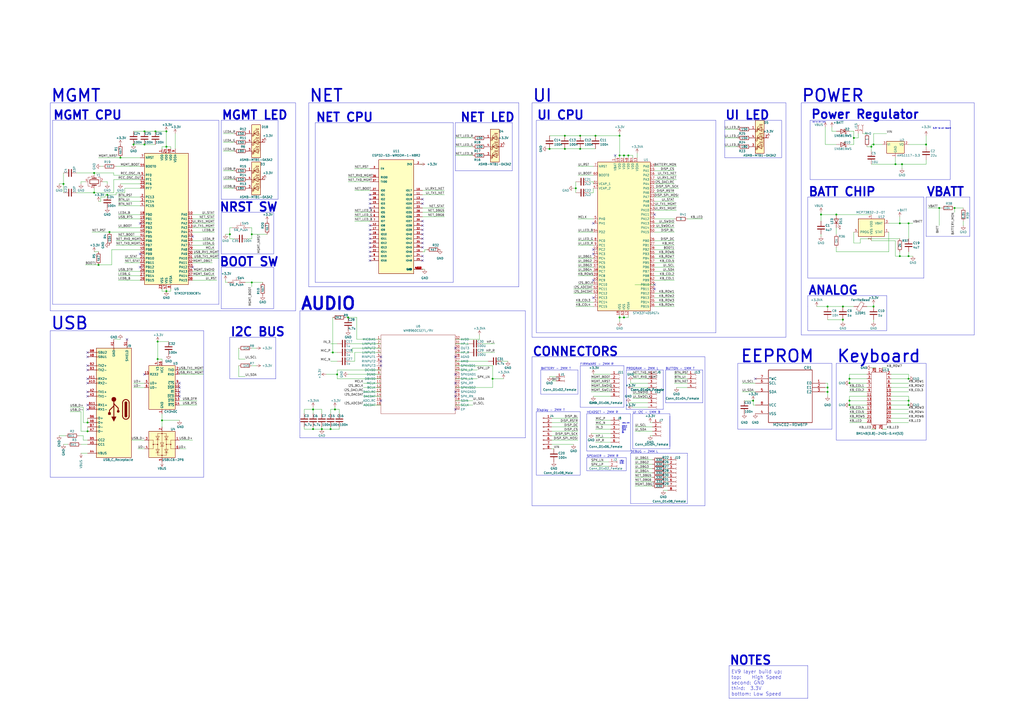
<source format=kicad_sch>
(kicad_sch (version 20230121) (generator eeschema)
  (paper "A2")
  (title_block (title "EV9 - FINN BERG") (date "2023-10-02") (company "CISCO SYSTEMS"))
  (junction (at 492.76 234.95))
  (junction (at 96.52 168.91))
  (junction (at 334.01 109.22))
  (junction (at 506.73 83.82))
  (junction (at 488.95 185.42))
  (junction (at 54.61 111.76))
  (junction (at 492.76 232.41))
  (junction (at 492.76 219.71))
  (junction (at 537.21 83.82))
  (junction (at 57.15 153.67))
  (junction (at 194.31 237.49))
  (junction (at 523.24 95.25))
  (junction (at 77.47 83.82))
  (junction (at 345.44 78.74))
  (junction (at 336.55 86.36))
  (junction (at 359.41 90.17))
  (junction (at 476.25 124.46))
  (junction (at 96.52 85.09))
  (junction (at 359.41 184.15))
  (junction (at 133.35 135.89))
  (junction (at 521.97 129.54))
  (junction (at 527.05 148.59))
  (junction (at 327.66 78.74))
  (junction (at 181.61 248.92))
  (junction (at 527.05 232.41))
  (junction (at 436.88 232.41))
  (junction (at 181.61 237.49))
  (junction (at 488.95 177.8))
  (junction (at 480.06 224.79))
  (junction (at 361.95 90.17))
  (junction (at 327.66 86.36))
  (junction (at 285.75 219.71))
  (junction (at 50.8 245.11))
  (junction (at 527.05 234.95))
  (junction (at 90.17 76.2))
  (junction (at 336.55 78.74))
  (junction (at 506.73 177.8))
  (junction (at 480.06 227.33))
  (junction (at 485.14 124.46))
  (junction (at 195.58 217.17))
  (junction (at 505.46 85.09))
  (junction (at 201.93 184.15))
  (junction (at 96.52 76.2))
  (junction (at 62.23 113.03))
  (junction (at 63.5 134.62))
  (junction (at 83.82 76.2))
  (junction (at 521.97 148.59))
  (junction (at 527.05 129.54))
  (junction (at 146.05 135.89))
  (junction (at 191.77 248.92))
  (junction (at 553.72 120.65))
  (junction (at 50.8 250.19))
  (junction (at 318.77 86.36))
  (junction (at 193.04 204.47))
  (junction (at 36.83 106.68))
  (junction (at 544.83 120.65))
  (junction (at 93.98 243.84))
  (junction (at 83.82 83.82))
  (junction (at 519.43 95.25))
  (junction (at 492.76 222.25))
  (junction (at 495.3 80.01))
  (junction (at 359.41 78.74))
  (junction (at 480.06 177.8))
  (junction (at 527.05 219.71))
  (junction (at 361.95 184.15))
  (junction (at 146.05 163.83))
  (junction (at 69.85 91.44))
  (junction (at 364.49 90.17))
  (junction (at 91.44 208.28))
  (junction (at 54.61 100.33))
  (junction (at 91.44 198.12))
  (junction (at 186.69 248.92))
  (no_connect (at 104.14 222.25))
  (no_connect (at 344.17 172.72))
  (no_connect (at 50.8 207.01))
  (no_connect (at 214.63 113.03))
  (no_connect (at 245.11 148.59))
  (no_connect (at 245.11 133.35))
  (no_connect (at 81.28 154.94))
  (no_connect (at 111.76 154.94))
  (no_connect (at 214.63 151.13))
  (no_connect (at 50.8 222.25))
  (no_connect (at 344.17 162.56))
  (no_connect (at 264.16 237.49))
  (no_connect (at 245.11 128.27))
  (no_connect (at 220.98 232.41))
  (no_connect (at 214.63 146.05))
  (no_connect (at 214.63 118.11))
  (no_connect (at 245.11 135.89))
  (no_connect (at 50.8 212.09))
  (no_connect (at 50.8 234.95))
  (no_connect (at 50.8 214.63))
  (no_connect (at 214.63 133.35))
  (no_connect (at 245.11 118.11))
  (no_connect (at 214.63 148.59))
  (no_connect (at 50.8 219.71))
  (no_connect (at 245.11 130.81))
  (no_connect (at 214.63 140.97))
  (no_connect (at 245.11 143.51))
  (no_connect (at 83.82 217.17))
  (no_connect (at 264.16 229.87))
  (no_connect (at 73.66 196.85))
  (no_connect (at 220.98 209.55))
  (no_connect (at 264.16 217.17))
  (no_connect (at 245.11 138.43))
  (no_connect (at 214.63 135.89))
  (no_connect (at 379.73 167.64))
  (no_connect (at 356.87 90.17))
  (no_connect (at 214.63 138.43))
  (no_connect (at 104.14 229.87))
  (no_connect (at 50.8 227.33))
  (no_connect (at 81.28 129.54))
  (no_connect (at 50.8 229.87))
  (no_connect (at 220.98 207.01))
  (no_connect (at 214.63 120.65))
  (no_connect (at 245.11 115.57))
  (no_connect (at 264.16 227.33))
  (no_connect (at 344.17 144.78))
  (no_connect (at 81.28 147.32))
  (no_connect (at 245.11 151.13))
  (no_connect (at 438.15 219.71))
  (no_connect (at 379.73 124.46))
  (no_connect (at 104.14 224.79))
  (no_connect (at 214.63 143.51))
  (no_connect (at 264.16 207.01))
  (no_connect (at 50.8 237.49))
  (no_connect (at 214.63 130.81))
  (no_connect (at 264.16 201.93))
  (no_connect (at 220.98 212.09))
  (no_connect (at 245.11 140.97))
  (no_connect (at 264.16 222.25))
  (no_connect (at 214.63 115.57))
  (no_connect (at 111.76 137.16))
  (no_connect (at 104.14 227.33))
  (no_connect (at 344.17 147.32))
  (no_connect (at 344.17 129.54))
  (no_connect (at 379.73 165.1))
  (no_connect (at 50.8 204.47))
  (wire (pts (xy 492.76 229.87) (xy 492.76 232.41)))
  (wire (pts (xy 492.76 240.03) (xy 502.92 240.03)))
  (wire (pts (xy 505.46 213.36) (xy 508 213.36)))
  (polyline (pts (xy 118.11 276.86) (xy 29.21 276.86)))
  (wire (pts (xy 111.76 160.02) (xy 124.46 160.02)))
  (wire (pts (xy 48.26 236.22) (xy 40.64 236.22)))
  (polyline (pts (xy 407.67 214.63) (xy 407.67 233.68)))
  (wire (pts (xy 245.11 125.73) (xy 257.81 125.73)))
  (wire (pts (xy 76.2 255.27) (xy 83.82 255.27)))
  (polyline (pts (xy 264.16 71.12) (xy 297.18 71.12)))
  (wire (pts (xy 285.75 212.09) (xy 285.75 219.71)))
  (wire (pts (xy 379.73 132.08) (xy 391.16 132.08)))
  (wire (pts (xy 83.82 83.82) (xy 90.17 83.82)))
  (wire (pts (xy 129.54 99.06) (xy 135.89 99.06)))
  (wire (pts (xy 204.47 201.93) (xy 204.47 204.47)))
  (wire (pts (xy 99.06 168.91) (xy 96.52 168.91)))
  (wire (pts (xy 391.16 219.71) (xy 398.78 219.71)))
  (wire (pts (xy 359.41 184.15) (xy 361.95 184.15)))
  (wire (pts (xy 387.35 271.78) (xy 386.08 271.78)))
  (wire (pts (xy 480.06 224.79) (xy 480.06 227.33)))
  (wire (pts (xy 379.73 129.54) (xy 391.16 129.54)))
  (polyline (pts (xy 308.61 195.58) (xy 308.61 59.69)))
  (wire (pts (xy 482.6 76.2) (xy 485.14 76.2)))
  (wire (pts (xy 148.59 212.09) (xy 146.05 212.09)))
  (wire (pts (xy 544.83 120.65) (xy 544.83 130.81)))
  (wire (pts (xy 332.74 109.22) (xy 334.01 109.22)))
  (wire (pts (xy 111.76 147.32) (xy 127 147.32)))
  (polyline (pts (xy 464.82 59.69) (xy 468.63 59.69)))
  (wire (pts (xy 335.28 152.4) (xy 344.17 152.4)))
  (wire (pts (xy 46.99 250.19) (xy 46.99 238.76)))
  (wire (pts (xy 96.52 85.09) (xy 96.52 76.2)))
  (wire (pts (xy 335.28 142.24) (xy 344.17 142.24)))
  (wire (pts (xy 336.55 86.36) (xy 345.44 86.36)))
  (wire (pts (xy 246.38 144.78) (xy 246.38 146.05)))
  (wire (pts (xy 379.73 104.14) (xy 392.43 104.14)))
  (polyline (pts (xy 300.99 166.37) (xy 179.07 166.37)))
  (wire (pts (xy 335.28 149.86) (xy 344.17 149.86)))
  (wire (pts (xy 205.74 97.79) (xy 214.63 97.79)))
  (wire (pts (xy 132.08 163.83) (xy 130.81 163.83)))
  (wire (pts (xy 521.97 138.43) (xy 499.11 138.43)))
  (polyline (pts (xy 336.55 212.09) (xy 361.95 212.09)))
  (polyline (pts (xy 336.55 275.59) (xy 311.15 275.59)))
  (wire (pts (xy 342.9 222.25) (xy 354.33 222.25)))
  (wire (pts (xy 521.97 129.54) (xy 521.97 125.73)))
  (wire (pts (xy 492.76 245.11) (xy 502.92 245.11)))
  (wire (pts (xy 146.05 201.93) (xy 148.59 201.93)))
  (wire (pts (xy 59.69 105.41) (xy 62.23 105.41)))
  (wire (pts (xy 497.84 80.01) (xy 495.3 80.01)))
  (polyline (pts (xy 562.61 114.3) (xy 562.61 137.16)))
  (wire (pts (xy 480.06 185.42) (xy 488.95 185.42)))
  (wire (pts (xy 245.11 123.19) (xy 257.81 123.19)))
  (wire (pts (xy 39.37 257.81) (xy 36.83 257.81)))
  (wire (pts (xy 359.41 182.88) (xy 359.41 184.15)))
  (wire (pts (xy 46.99 262.89) (xy 50.8 262.89)))
  (wire (pts (xy 220.98 217.17) (xy 201.93 217.17)))
  (wire (pts (xy 60.96 113.03) (xy 62.23 113.03)))
  (polyline (pts (xy 565.15 194.31) (xy 464.82 194.31)))
  (wire (pts (xy 101.6 77.47) (xy 101.6 86.36)))
  (wire (pts (xy 193.04 184.15) (xy 193.04 204.47)))
  (wire (pts (xy 210.82 222.25) (xy 220.98 222.25)))
  (polyline (pts (xy 313.69 214.63) (xy 335.28 214.63)))
  (wire (pts (xy 111.76 152.4) (xy 123.19 152.4)))
  (wire (pts (xy 521.97 146.05) (xy 521.97 148.59)))
  (polyline (pts (xy 551.18 69.85) (xy 551.18 104.14)))
  (wire (pts (xy 264.16 209.55) (xy 283.21 209.55)))
  (polyline (pts (xy 421.64 69.85) (xy 453.39 69.85)))
  (wire (pts (xy 245.11 156.21) (xy 246.38 156.21)))
  (wire (pts (xy 191.77 199.39) (xy 195.58 199.39)))
  (wire (pts (xy 191.77 247.65) (xy 191.77 248.92)))
  (wire (pts (xy 77.47 83.82) (xy 83.82 83.82)))
  (wire (pts (xy 495.3 76.2) (xy 495.3 80.01)))
  (wire (pts (xy 344.17 106.68) (xy 344.17 105.41)))
  (polyline (pts (xy 118.11 191.77) (xy 118.11 276.86)))
  (wire (pts (xy 49.53 105.41) (xy 46.99 105.41)))
  (polyline (pts (xy 304.8 254) (xy 304.8 180.34)))
  (wire (pts (xy 245.11 120.65) (xy 257.81 120.65)))
  (wire (pts (xy 111.76 134.62) (xy 124.46 134.62)))
  (wire (pts (xy 379.73 127) (xy 391.16 127)))
  (wire (pts (xy 327.66 78.74) (xy 336.55 78.74)))
  (wire (pts (xy 176.53 248.92) (xy 181.61 248.92)))
  (wire (pts (xy 45.72 252.73) (xy 48.26 252.73)))
  (wire (pts (xy 379.73 165.1) (xy 368.3 165.1)))
  (wire (pts (xy 378.4702 276.86) (xy 368.3 276.86)))
  (wire (pts (xy 335.28 96.52) (xy 344.17 96.52)))
  (polyline (pts (xy 415.29 193.04) (xy 415.29 69.85)))
  (wire (pts (xy 519.43 148.59) (xy 521.97 148.59)))
  (wire (pts (xy 96.52 85.09) (xy 96.52 86.36)))
  (wire (pts (xy 379.73 101.6) (xy 392.43 101.6)))
  (wire (pts (xy 345.44 256.54) (xy 354.33 256.54)))
  (wire (pts (xy 492.76 227.33) (xy 502.92 227.33)))
  (wire (pts (xy 205.74 110.49) (xy 214.63 110.49)))
  (wire (pts (xy 488.95 177.8) (xy 495.3 177.8)))
  (polyline (pts (xy 535.94 161.29) (xy 468.63 161.29)))
  (wire (pts (xy 523.24 95.25) (xy 523.24 97.79)))
  (wire (pts (xy 345.44 78.74) (xy 359.41 78.74)))
  (wire (pts (xy 544.83 120.65) (xy 546.1 120.65)))
  (wire (pts (xy 34.29 252.73) (xy 38.1 252.73)))
  (wire (pts (xy 476.25 124.46) (xy 485.14 124.46)))
  (wire (pts (xy 392.43 224.79) (xy 398.78 224.79)))
  (polyline (pts (xy 537.21 210.82) (xy 485.14 210.82)))
  (wire (pts (xy 558.8 128.27) (xy 558.8 130.81)))
  (wire (pts (xy 196.85 237.49) (xy 194.31 237.49)))
  (wire (pts (xy 379.73 154.94) (xy 391.16 154.94)))
  (wire (pts (xy 553.72 120.65) (xy 553.72 123.19)))
  (wire (pts (xy 505.46 95.25) (xy 519.43 95.25)))
  (wire (pts (xy 64.77 144.78) (xy 64.77 153.67)))
  (wire (pts (xy 58.42 114.3) (xy 60.96 114.3)))
  (wire (pts (xy 264.16 214.63) (xy 276.86 214.63)))
  (wire (pts (xy 129.54 77.47) (xy 135.89 77.47)))
  (wire (pts (xy 204.47 201.93) (xy 220.98 201.93)))
  (wire (pts (xy 138.43 218.44) (xy 142.24 218.44)))
  (wire (pts (xy 104.14 234.95) (xy 114.3 234.95)))
  (wire (pts (xy 53.34 134.62) (xy 63.5 134.62)))
  (wire (pts (xy 492.76 234.95) (xy 502.92 234.95)))
  (wire (pts (xy 335.28 139.7) (xy 344.17 139.7)))
  (wire (pts (xy 359.41 90.17) (xy 361.95 90.17)))
  (wire (pts (xy 135.89 138.43) (xy 133.35 138.43)))
  (wire (pts (xy 365.76 222.25) (xy 375.92 222.25)))
  (wire (pts (xy 492.76 232.41) (xy 492.76 234.95)))
  (wire (pts (xy 196.85 237.49) (xy 196.85 240.03)))
  (polyline (pts (xy 365.76 292.1) (xy 398.78 292.1)))
  (wire (pts (xy 111.76 162.56) (xy 125.73 162.56)))
  (wire (pts (xy 334.01 109.22) (xy 334.01 111.76)))
  (polyline (pts (xy 468.63 177.8) (xy 468.63 191.77)))
  (polyline (pts (xy 365.76 261.62) (xy 340.36 261.62)))
  (wire (pts (xy 264.16 212.09) (xy 285.75 212.09)))
  (wire (pts (xy 96.52 167.64) (xy 96.52 168.91)))
  (polyline (pts (xy 161.29 115.57) (xy 128.27 115.57)))
  (polyline (pts (xy 365.76 262.89) (xy 398.78 262.89)))
  (polyline (pts (xy 311.15 238.76) (xy 336.55 238.76)))
  (wire (pts (xy 359.41 184.15) (xy 359.41 186.69)))
  (wire (pts (xy 210.82 227.33) (xy 220.98 227.33)))
  (polyline (pts (xy 128.27 69.85) (xy 161.29 69.85)))
  (polyline (pts (xy 160.02 219.71) (xy 160.02 195.58)))
  (wire (pts (xy 191.77 237.49) (xy 191.77 240.03)))
  (polyline (pts (xy 464.82 194.31) (xy 464.82 59.69)))
  (wire (pts (xy 478.79 224.79) (xy 480.06 224.79)))
  (polyline (pts (xy 384.81 237.49) (xy 363.22 237.49)))
  (wire (pts (xy 492.76 83.82) (xy 495.3 83.82)))
  (wire (pts (xy 245.11 110.49) (xy 257.81 110.49)))
  (wire (pts (xy 245.11 113.03) (xy 257.81 113.03)))
  (polyline (pts (xy 469.9 69.85) (xy 469.9 104.14)))
  (wire (pts (xy 492.76 232.41) (xy 502.92 232.41)))
  (wire (pts (xy 398.78 127) (xy 407.67 127)))
  (wire (pts (xy 59.69 96.52) (xy 58.42 96.52)))
  (wire (pts (xy 391.16 222.25) (xy 398.78 222.25)))
  (wire (pts (xy 427.99 85.09) (xy 420.37 85.09)))
  (wire (pts (xy 69.85 91.44) (xy 81.28 91.44)))
  (wire (pts (xy 318.77 78.74) (xy 327.66 78.74)))
  (wire (pts (xy 344.17 229.87) (xy 354.33 229.87)))
  (wire (pts (xy 516.89 217.17) (xy 527.05 217.17)))
  (wire (pts (xy 176.53 237.49) (xy 176.53 240.03)))
  (polyline (pts (xy 422.91 386.08) (xy 468.63 386.08)))
  (wire (pts (xy 77.47 222.25) (xy 83.82 222.25)))
  (wire (pts (xy 473.71 177.8) (xy 480.06 177.8)))
  (wire (pts (xy 129.54 87.63) (xy 135.89 87.63)))
  (polyline (pts (xy 363.22 214.63) (xy 384.81 214.63)))
  (wire (pts (xy 67.31 111.76) (xy 67.31 113.03)))
  (polyline (pts (xy 308.61 293.37) (xy 308.61 207.01)))
  (wire (pts (xy 320.04 255.27) (xy 335.28 255.27)))
  (wire (pts (xy 427.99 74.93) (xy 420.37 74.93)))
  (wire (pts (xy 379.73 172.72) (xy 391.16 172.72)))
  (wire (pts (xy 359.41 77.47) (xy 359.41 78.74)))
  (wire (pts (xy 378.46 269.24) (xy 368.3 269.24)))
  (wire (pts (xy 50.8 250.19) (xy 46.99 250.19)))
  (polyline (pts (xy 304.8 180.34) (xy 181.61 180.34)))
  (wire (pts (xy 201.93 105.41) (xy 214.63 105.41)))
  (wire (pts (xy 499.11 138.43) (xy 499.11 140.97)))
  (wire (pts (xy 80.01 260.35) (xy 83.82 260.35)))
  (wire (pts (xy 320.04 245.11) (xy 335.28 245.11)))
  (polyline (pts (xy 342.9 240.03) (xy 365.76 240.03)))
  (wire (pts (xy 334.01 177.8) (xy 344.17 177.8)))
  (wire (pts (xy 207.01 196.85) (xy 220.98 196.85)))
  (wire (pts (xy 320.04 260.35) (xy 321.31 260.35)))
  (wire (pts (xy 361.95 90.17) (xy 364.49 90.17)))
  (wire (pts (xy 205.74 204.47) (xy 205.74 209.55)))
  (wire (pts (xy 345.44 243.84) (xy 354.33 243.84)))
  (wire (pts (xy 93.98 208.28) (xy 93.98 209.55)))
  (wire (pts (xy 274.32 85.09) (xy 264.16 85.09)))
  (wire (pts (xy 210.82 229.87) (xy 220.98 229.87)))
  (wire (pts (xy 203.2 199.39) (xy 220.98 199.39)))
  (wire (pts (xy 81.28 144.78) (xy 64.77 144.78)))
  (polyline (pts (xy 398.78 262.89) (xy 398.78 264.16)))
  (wire (pts (xy 379.73 116.84) (xy 391.16 116.84)))
  (wire (pts (xy 320.04 250.19) (xy 335.28 250.19)))
  (wire (pts (xy 186.69 248.92) (xy 186.69 247.65)))
  (wire (pts (xy 553.72 120.65) (xy 558.8 120.65)))
  (wire (pts (xy 478.79 222.25) (xy 480.06 222.25)))
  (wire (pts (xy 506.73 77.47) (xy 514.35 77.47)))
  (wire (pts (xy 485.14 132.08) (xy 485.14 135.89)))
  (wire (pts (xy 318.77 86.36) (xy 327.66 86.36)))
  (wire (pts (xy 49.53 153.67) (xy 57.15 153.67)))
  (polyline (pts (xy 408.94 293.37) (xy 308.61 293.37)))
  (wire (pts (xy 144.78 132.08) (xy 146.05 132.08)))
  (polyline (pts (xy 336.55 236.22) (xy 336.55 212.09)))
  (polyline (pts (xy 297.18 99.06) (xy 264.16 99.06)))
  (wire (pts (xy 181.61 237.49) (xy 176.53 237.49)))
  (wire (pts (xy 67.31 139.7) (xy 81.28 139.7)))
  (wire (pts (xy 320.04 252.73) (xy 335.28 252.73)))
  (polyline (pts (xy 535.94 114.3) (xy 535.94 161.29)))
  (wire (pts (xy 379.73 147.32) (xy 391.16 147.32)))
  (wire (pts (xy 364.49 90.17) (xy 364.49 91.44)))
  (polyline (pts (xy 297.18 71.12) (xy 297.18 99.06)))
  (wire (pts (xy 436.88 234.95) (xy 436.88 232.41)))
  (wire (pts (xy 482.6 73.66) (xy 482.6 76.2)))
  (polyline (pts (xy 453.39 69.85) (xy 453.39 91.44)))
  (wire (pts (xy 68.58 114.3) (xy 81.28 114.3)))
  (wire (pts (xy 521.97 148.59) (xy 527.05 148.59)))
  (wire (pts (xy 68.58 124.46) (xy 81.28 124.46)))
  (wire (pts (xy 527.05 83.82) (xy 537.21 83.82)))
  (wire (pts (xy 207.01 196.85) (xy 207.01 184.15)))
  (wire (pts (xy 506.73 185.42) (xy 506.73 186.69)))
  (wire (pts (xy 186.69 237.49) (xy 181.61 237.49)))
  (wire (pts (xy 186.69 237.49) (xy 186.69 240.03)))
  (wire (pts (xy 344.17 111.76) (xy 341.63 111.76)))
  (wire (pts (xy 505.46 248.92) (xy 508 248.92)))
  (wire (pts (xy 130.81 163.83) (xy 130.81 162.56)))
  (wire (pts (xy 478.79 73.66) (xy 478.79 83.82)))
  (wire (pts (xy 93.98 243.84) (xy 93.98 247.65)))
  (wire (pts (xy 200.66 184.15) (xy 201.93 184.15)))
  (wire (pts (xy 69.85 106.68) (xy 81.28 106.68)))
  (wire (pts (xy 478.79 227.33) (xy 480.06 227.33)))
  (wire (pts (xy 515.62 129.54) (xy 521.97 129.54)))
  (wire (pts (xy 386.08 266.7) (xy 387.35 266.7)))
  (polyline (pts (xy 485.14 255.27) (xy 537.21 255.27)))
  (wire (pts (xy 480.06 222.25) (xy 480.06 224.79)))
  (wire (pts (xy 83.82 76.2) (xy 90.17 76.2)))
  (wire (pts (xy 516.89 240.03) (xy 527.05 240.03)))
  (wire (pts (xy 91.44 198.12) (xy 97.79 198.12)))
  (wire (pts (xy 500.38 77.47) (xy 502.92 77.47)))
  (wire (pts (xy 492.76 237.49) (xy 502.92 237.49)))
  (wire (pts (xy 195.58 214.63) (xy 220.98 214.63)))
  (wire (pts (xy 243.84 95.25) (xy 245.11 95.25)))
  (polyline (pts (xy 363.22 237.49) (xy 363.22 214.63)))
  (wire (pts (xy 502.92 177.8) (xy 506.73 177.8)))
  (wire (pts (xy 505.46 83.82) (xy 506.73 83.82)))
  (polyline (pts (xy 469.9 69.85) (xy 551.18 69.85)))
  (wire (pts (xy 537.21 78.74) (xy 537.21 83.82)))
  (wire (pts (xy 379.73 157.48) (xy 391.16 157.48)))
  (wire (pts (xy 519.43 91.44) (xy 519.43 95.25)))
  (polyline (pts (xy 468.63 114.3) (xy 535.94 114.3)))
  (wire (pts (xy 205.74 125.73) (xy 214.63 125.73)))
  (wire (pts (xy 379.73 119.38) (xy 392.43 119.38)))
  (wire (pts (xy 514.35 248.92) (xy 511.81 248.92)))
  (wire (pts (xy 516.89 224.79) (xy 527.05 224.79)))
  (wire (pts (xy 332.74 170.18) (xy 344.17 170.18)))
  (wire (pts (xy 69.85 196.85) (xy 66.04 196.85)))
  (wire (pts (xy 391.16 217.17) (xy 398.78 217.17)))
  (wire (pts (xy 205.74 204.47) (xy 220.98 204.47)))
  (wire (pts (xy 318.77 86.36) (xy 317.5 86.36)))
  (wire (pts (xy 361.95 90.17) (xy 361.95 91.44)))
  (wire (pts (xy 492.76 217.17) (xy 502.92 217.17)))
  (wire (pts (xy 196.85 247.65) (xy 196.85 248.92)))
  (wire (pts (xy 54.61 100.33) (xy 54.61 101.6)))
  (polyline (pts (xy 304.8 254) (xy 173.99 254)))
  (wire (pts (xy 138.43 212.09) (xy 138.43 218.44)))
  (wire (pts (xy 93.98 85.09) (xy 96.52 85.09)))
  (wire (pts (xy 344.17 105.41) (xy 341.63 105.41)))
  (wire (pts (xy 44.45 111.76) (xy 54.61 111.76)))
  (wire (pts (xy 342.9 270.51) (xy 353.06 270.51)))
  (wire (pts (xy 193.04 204.47) (xy 195.58 204.47)))
  (wire (pts (xy 492.76 217.17) (xy 492.76 219.71)))
  (wire (pts (xy 146.05 163.83) (xy 152.4 163.83)))
  (wire (pts (xy 495.3 134.62) (xy 495.3 140.97)))
  (wire (pts (xy 99.06 85.09) (xy 96.52 85.09)))
  (wire (pts (xy 72.39 149.86) (xy 81.28 149.86)))
  (wire (pts (xy 93.98 240.03) (xy 93.98 243.84)))
  (polyline (pts (xy 365.76 262.89) (xy 365.76 292.1)))
  (wire (pts (xy 142.24 163.83) (xy 146.05 163.83)))
  (polyline (pts (xy 482.6 210.82) (xy 482.6 248.92)))
  (wire (pts (xy 499.11 140.97) (xy 495.3 140.97)))
  (wire (pts (xy 511.81 83.82) (xy 506.73 83.82)))
  (wire (pts (xy 54.61 109.22) (xy 54.61 111.76)))
  (wire (pts (xy 104.14 260.35) (xy 107.95 260.35)))
  (polyline (pts (xy 427.99 210.82) (xy 482.6 210.82)))
  (wire (pts (xy 334.01 175.26) (xy 344.17 175.26)))
  (wire (pts (xy 538.48 120.65) (xy 544.83 120.65)))
  (wire (pts (xy 516.89 229.87) (xy 527.05 229.87)))
  (wire (pts (xy 438.15 234.95) (xy 436.88 234.95)))
  (wire (pts (xy 66.04 111.76) (xy 54.61 111.76)))
  (polyline (pts (xy 181.61 180.34) (xy 173.99 180.34)))
  (polyline (pts (xy 308.61 207.01) (xy 408.94 207.01)))
  (wire (pts (xy 36.83 106.68) (xy 36.83 111.76)))
  (wire (pts (xy 146.05 135.89) (xy 154.94 135.89)))
  (polyline (pts (xy 537.21 137.16) (xy 537.21 114.3)))
  (wire (pts (xy 320.04 257.81) (xy 332.74 257.81)))
  (polyline (pts (xy 29.21 276.86) (xy 29.21 191.77)))
  (polyline (pts (xy 127 69.85) (xy 127 176.53)))
  (wire (pts (xy 327.66 86.36) (xy 336.55 86.36)))
  (wire (pts (xy 111.76 127) (xy 124.46 127)))
  (wire (pts (xy 205.74 209.55) (xy 203.2 209.55)))
  (wire (pts (xy 342.9 251.46) (xy 354.33 251.46)))
  (wire (pts (xy 502.92 85.09) (xy 505.46 85.09)))
  (wire (pts (xy 133.35 138.43) (xy 133.35 135.89)))
  (wire (pts (xy 57.15 91.44) (xy 69.85 91.44)))
  (wire (pts (xy 356.87 91.44) (xy 356.87 90.17)))
  (wire (pts (xy 264.16 219.71) (xy 276.86 219.71)))
  (wire (pts (xy 99.06 167.64) (xy 99.06 168.91)))
  (polyline (pts (xy 420.37 69.85) (xy 421.64 69.85)))
  (wire (pts (xy 93.98 167.64) (xy 93.98 168.91)))
  (polyline (pts (xy 361.95 236.22) (xy 336.55 236.22)))
  (polyline (pts (xy 128.27 69.85) (xy 128.27 115.57)))
  (wire (pts (xy 204.47 204.47) (xy 203.2 204.47)))
  (wire (pts (xy 36.83 106.68) (xy 34.29 106.68)))
  (wire (pts (xy 516.89 232.41) (xy 527.05 232.41)))
  (wire (pts (xy 210.82 234.95) (xy 220.98 234.95)))
  (wire (pts (xy 369.57 88.9) (xy 369.57 91.44)))
  (wire (pts (xy 359.41 90.17) (xy 359.41 91.44)))
  (wire (pts (xy 90.17 76.2) (xy 96.52 76.2)))
  (polyline (pts (xy 311.15 193.04) (xy 415.29 193.04)))
  (wire (pts (xy 361.95 184.15) (xy 364.49 184.15)))
  (polyline (pts (xy 363.22 265.43) (xy 363.22 273.05)))
  (wire (pts (xy 345.44 254) (xy 354.33 254)))
  (polyline (pts (xy 514.35 171.45) (xy 468.63 171.45)))
  (wire (pts (xy 342.9 219.71) (xy 354.33 219.71)))
  (wire (pts (xy 379.73 144.78) (xy 391.16 144.78)))
  (wire (pts (xy 194.31 237.49) (xy 191.77 237.49)))
  (polyline (pts (xy 311.15 238.76) (xy 311.15 275.59)))
  (wire (pts (xy 77.47 76.2) (xy 83.82 76.2)))
  (wire (pts (xy 44.45 100.33) (xy 54.61 100.33)))
  (polyline (pts (xy 262.89 163.83) (xy 262.89 71.12)))
  (wire (pts (xy 176.53 247.65) (xy 176.53 248.92)))
  (wire (pts (xy 492.76 229.87) (xy 502.92 229.87)))
  (polyline (pts (xy 171.45 180.34) (xy 29.21 180.34)))
  (polyline (pts (xy 485.14 210.82) (xy 485.14 210.82)))
  (wire (pts (xy 181.61 247.65) (xy 181.61 248.92)))
  (wire (pts (xy 379.73 134.62) (xy 391.16 134.62)))
  (wire (pts (xy 264.16 199.39) (xy 271.78 199.39)))
  (wire (pts (xy 368.3 266.7) (xy 378.46 266.7)))
  (polyline (pts (xy 455.93 195.58) (xy 308.61 195.58)))
  (wire (pts (xy 50.8 245.11) (xy 48.26 245.11)))
  (polyline (pts (xy 340.36 273.05) (xy 340.36 265.43)))
  (wire (pts (xy 72.39 111.76) (xy 67.31 111.76)))
  (polyline (pts (xy 514.35 191.77) (xy 514.35 171.45)))
  (wire (pts (xy 48.26 255.27) (xy 50.8 255.27)))
  (polyline (pts (xy 160.02 195.58) (xy 133.35 195.58)))
  (wire (pts (xy 318.77 218.44) (xy 322.58 218.44)))
  (wire (pts (xy 480.06 227.33) (xy 480.06 229.87)))
  (wire (pts (xy 91.44 208.28) (xy 93.98 208.28)))
  (polyline (pts (xy 29.21 191.77) (xy 118.11 191.77)))
  (wire (pts (xy 285.75 219.71) (xy 285.75 224.79)))
  (wire (pts (xy 335.28 127) (xy 344.17 127)))
  (wire (pts (xy 476.25 135.89) (xy 476.25 137.16)))
  (wire (pts (xy 335.28 165.1) (xy 344.17 165.1)))
  (wire (pts (xy 480.06 177.8) (xy 488.95 177.8)))
  (wire (pts (xy 195.58 214.63) (xy 195.58 217.17)))
  (wire (pts (xy 361.95 182.88) (xy 361.95 184.15)))
  (polyline (pts (xy 408.94 207.01) (xy 408.94 293.37)))
  (wire (pts (xy 505.46 85.09) (xy 505.46 87.63)))
  (wire (pts (xy 91.44 198.12) (xy 91.44 208.28)))
  (wire (pts (xy 335.28 101.6) (xy 344.17 101.6)))
  (polyline (pts (xy 133.35 219.71) (xy 160.02 219.71)))
  (wire (pts (xy 91.44 208.28) (xy 91.44 209.55)))
  (wire (pts (xy 66.04 100.33) (xy 54.61 100.33)))
  (polyline (pts (xy 365.76 240.03) (xy 365.76 261.62)))
  (wire (pts (xy 537.21 92.71) (xy 537.21 95.25)))
  (polyline (pts (xy 537.21 114.3) (xy 562.61 114.3)))
  (polyline (pts (xy 388.62 260.35) (xy 367.03 260.35)))
  (wire (pts (xy 72.39 152.4) (xy 81.28 152.4)))
  (wire (pts (xy 537.21 83.82) (xy 537.21 85.09)))
  (wire (pts (xy 378.46 281.94) (xy 368.3 281.94)))
  (wire (pts (xy 492.76 224.79) (xy 502.92 224.79)))
  (wire (pts (xy 342.9 224.79) (xy 354.33 224.79)))
  (polyline (pts (xy 311.15 69.85) (xy 415.29 69.85)))
  (wire (pts (xy 516.89 219.71) (xy 527.05 219.71)))
  (wire (pts (xy 143.51 138.43) (xy 146.05 138.43)))
  (wire (pts (xy 111.76 142.24) (xy 124.46 142.24)))
  (wire (pts (xy 66.04 101.6) (xy 81.28 101.6)))
  (wire (pts (xy 195.58 219.71) (xy 220.98 219.71)))
  (polyline (pts (xy 565.15 59.69) (xy 565.15 194.31)))
  (wire (pts (xy 516.89 222.25) (xy 527.05 222.25)))
  (polyline (pts (xy 179.07 166.37) (xy 179.07 59.69)))
  (wire (pts (xy 367.03 231.14) (xy 375.92 231.14)))
  (wire (pts (xy 336.55 78.74) (xy 345.44 78.74)))
  (wire (pts (xy 93.98 168.91) (xy 96.52 168.91)))
  (polyline (pts (xy 453.39 91.44) (xy 420.37 91.44)))
  (wire (pts (xy 68.58 127) (xy 81.28 127)))
  (wire (pts (xy 516.89 237.49) (xy 527.05 237.49)))
  (wire (pts (xy 68.58 162.56) (xy 81.28 162.56)))
  (wire (pts (xy 36.83 100.33) (xy 36.83 106.68)))
  (wire (pts (xy 505.46 139.7) (xy 519.43 139.7)))
  (wire (pts (xy 492.76 219.71) (xy 502.92 219.71)))
  (polyline (pts (xy 171.45 59.69) (xy 171.45 180.34)))
  (wire (pts (xy 527.05 138.43) (xy 527.05 129.54)))
  (wire (pts (xy 379.73 106.68) (xy 391.16 106.68)))
  (wire (pts (xy 247.65 144.78) (xy 246.38 144.78)))
  (wire (pts (xy 379.73 96.52) (xy 392.43 96.52)))
  (wire (pts (xy 68.58 157.48) (xy 81.28 157.48)))
  (wire (pts (xy 345.44 246.38) (xy 354.33 246.38)))
  (wire (pts (xy 485.14 146.05) (xy 515.62 146.05)))
  (wire (pts (xy 320.04 220.98) (xy 322.58 220.98)))
  (wire (pts (xy 386.08 281.94) (xy 387.35 281.94)))
  (polyline (pts (xy 551.18 104.14) (xy 469.9 104.14)))
  (wire (pts (xy 54.61 146.05) (xy 57.15 146.05)))
  (wire (pts (xy 379.73 160.02) (xy 391.16 160.02)))
  (polyline (pts (xy 384.81 214.63) (xy 384.81 237.49)))
  (wire (pts (xy 367.03 90.17) (xy 367.03 91.44)))
  (wire (pts (xy 379.73 170.18) (xy 391.16 170.18)))
  (wire (pts (xy 379.73 152.4) (xy 391.16 152.4)))
  (wire (pts (xy 335.28 160.02) (xy 344.17 160.02)))
  (polyline (pts (xy 173.99 254) (xy 173.99 252.73)))
  (wire (pts (xy 68.58 116.84) (xy 81.28 116.84)))
  (polyline (pts (xy 468.63 171.45) (xy 468.63 177.8)))
  (wire (pts (xy 378.46 271.78) (xy 368.3 271.78)))
  (wire (pts (xy 516.89 245.11) (xy 527.05 245.11)))
  (wire (pts (xy 66.04 101.6) (xy 66.04 100.33)))
  (wire (pts (xy 523.24 95.25) (xy 537.21 95.25)))
  (polyline (pts (xy 485.14 210.82) (xy 485.14 255.27)))
  (wire (pts (xy 104.14 217.17) (xy 118.11 217.17)))
  (wire (pts (xy 492.76 76.2) (xy 495.3 76.2)))
  (wire (pts (xy 476.25 123.19) (xy 476.25 124.46)))
  (wire (pts (xy 335.28 157.48) (xy 344.17 157.48)))
  (wire (pts (xy 488.95 185.42) (xy 488.95 186.69)))
  (wire (pts (xy 264.16 232.41) (xy 274.32 232.41)))
  (wire (pts (xy 379.73 109.22) (xy 393.7 109.22)))
  (polyline (pts (xy 427.99 248.92) (xy 427.99 210.82)))
  (wire (pts (xy 342.9 227.33) (xy 354.33 227.33)))
  (wire (pts (xy 367.03 217.17) (xy 375.92 217.17)))
  (wire (pts (xy 359.41 78.74) (xy 359.41 90.17)))
  (polyline (pts (xy 468.63 191.77) (xy 514.35 191.77)))
  (wire (pts (xy 111.76 149.86) (xy 127 149.86)))
  (wire (pts (xy 67.31 113.03) (xy 62.23 113.03)))
  (wire (pts (xy 335.28 154.94) (xy 344.17 154.94)))
  (wire (pts (xy 63.5 134.62) (xy 81.28 134.62)))
  (polyline (pts (xy 455.93 59.69) (xy 455.93 195.58)))
  (wire (pts (xy 181.61 237.49) (xy 181.61 240.03)))
  (wire (pts (xy 387.35 279.4) (xy 386.1992 279.4)))
  (polyline (pts (xy 340.36 265.43) (xy 363.22 265.43)))
  (polyline (pts (xy 30.48 69.85) (xy 127 69.85)))
  (wire (pts (xy 46.99 257.81) (xy 50.8 257.81)))
  (wire (pts (xy 519.43 95.25) (xy 523.24 95.25)))
  (polyline (pts (xy 367.03 260.35) (xy 367.03 240.03)))
  (wire (pts (xy 66.04 104.14) (xy 66.04 111.76)))
  (wire (pts (xy 93.98 86.36) (xy 93.98 85.09)))
  (wire (pts (xy 68.58 137.16) (xy 81.28 137.16)))
  (wire (pts (xy 46.99 105.41) (xy 46.99 106.68)))
  (wire (pts (xy 246.38 146.05) (xy 245.11 146.05)))
  (wire (pts (xy 62.23 105.41) (xy 62.23 106.68)))
  (wire (pts (xy 364.49 90.17) (xy 367.03 90.17)))
  (wire (pts (xy 436.88 232.41) (xy 431.8 232.41)))
  (wire (pts (xy 129.54 104.14) (xy 135.89 104.14)))
  (wire (pts (xy 181.61 248.92) (xy 186.69 248.92)))
  (wire (pts (xy 146.05 132.08) (xy 146.05 135.89)))
  (wire (pts (xy 514.35 213.36) (xy 511.81 213.36)))
  (polyline (pts (xy 468.63 161.29) (xy 468.63 114.3)))
  (wire (pts (xy 264.16 234.95) (xy 274.32 234.95)))
  (wire (pts (xy 57.15 153.67) (xy 64.77 153.67)))
  (wire (pts (xy 364.49 233.68) (xy 375.92 233.68)))
  (wire (pts (xy 365.76 222.25) (xy 365.76 220.98)))
  (polyline (pts (xy 537.21 255.27) (xy 537.21 210.82)))
  (wire (pts (xy 68.58 119.38) (xy 81.28 119.38)))
  (polyline (pts (xy 386.08 214.63) (xy 407.67 214.63)))
  (wire (pts (xy 377.19 252.73) (xy 378.46 252.73)))
  (wire (pts (xy 378.5792 279.4) (xy 368.3 279.4)))
  (wire (pts (xy 364.49 182.88) (xy 364.49 184.15)))
  (wire (pts (xy 129.54 109.22) (xy 135.89 109.22)))
  (wire (pts (xy 138.43 201.93) (xy 138.43 208.28)))
  (polyline (pts (xy 173.99 180.34) (xy 173.99 252.73)))
  (wire (pts (xy 527.05 146.05) (xy 527.05 148.59)))
  (wire (pts (xy 485.14 124.46) (xy 505.46 124.46)))
  (polyline (pts (xy 388.62 240.03) (xy 388.62 260.35)))
  (wire (pts (xy 379.73 121.92) (xy 392.43 121.92)))
  (wire (pts (xy 527.05 217.17) (xy 527.05 219.71)))
  (polyline (pts (xy 422.91 386.08) (xy 422.91 405.13)))
  (polyline (pts (xy 182.88 163.83) (xy 262.89 163.83)))
  (wire (pts (xy 387.35 269.24) (xy 386.08 269.24)))
  (wire (pts (xy 278.13 196.85) (xy 278.13 194.31)))
  (wire (pts (xy 379.73 162.56) (xy 391.16 162.56)))
  (wire (pts (xy 46.99 238.76) (xy 40.64 238.76)))
  (wire (pts (xy 68.58 160.02) (xy 81.28 160.02)))
  (wire (pts (xy 111.76 144.78) (xy 124.46 144.78)))
  (polyline (pts (xy 29.21 180.34) (xy 29.21 59.69)))
  (polyline (pts (xy 133.35 195.58) (xy 133.35 219.71)))
  (polyline (pts (xy 340.36 240.03) (xy 342.9 240.03)))
  (polyline (pts (xy 264.16 99.06) (xy 264.16 71.12)))
  (wire (pts (xy 111.76 129.54) (xy 124.46 129.54)))
  (polyline (pts (xy 420.37 91.44) (xy 420.37 69.85)))
  (wire (pts (xy 478.79 83.82) (xy 485.14 83.82)))
  (polyline (pts (xy 367.03 240.03) (xy 388.62 240.03)))
  (wire (pts (xy 519.43 139.7) (xy 519.43 148.59)))
  (wire (pts (xy 529.59 148.59) (xy 527.05 148.59)))
  (wire (pts (xy 194.31 237.49) (xy 194.31 236.22)))
  (wire (pts (xy 485.14 146.05) (xy 485.14 143.51)))
  (polyline (pts (xy 313.69 228.6) (xy 313.69 214.63)))
  (wire (pts (xy 99.06 86.36) (xy 99.06 85.09)))
  (wire (pts (xy 320.04 247.65) (xy 335.28 247.65)))
  (polyline (pts (xy 182.88 71.12) (xy 182.88 163.83)))
  (wire (pts (xy 111.76 139.7) (xy 124.46 139.7)))
  (wire (pts (xy 527.05 129.54) (xy 529.59 129.54)))
  (wire (pts (xy 191.77 204.47) (xy 193.04 204.47)))
  (polyline (pts (xy 407.67 233.68) (xy 386.08 233.68)))
  (wire (pts (xy 387.35 274.32) (xy 386.08 274.32)))
  (wire (pts (xy 379.73 175.26) (xy 391.16 175.26)))
  (wire (pts (xy 146.05 138.43) (xy 146.05 135.89)))
  (wire (pts (xy 342.9 267.97) (xy 353.06 267.97)))
  (wire (pts (xy 67.31 96.52) (xy 81.28 96.52)))
  (wire (pts (xy 497.84 77.47) (xy 497.84 80.01)))
  (wire (pts (xy 379.73 139.7) (xy 391.16 139.7)))
  (wire (pts (xy 191.77 209.55) (xy 195.58 209.55)))
  (polyline (pts (xy 182.88 71.12) (xy 262.89 71.12)))
  (polyline (pts (xy 468.63 59.69) (xy 565.15 59.69)))
  (wire (pts (xy 379.73 114.3) (xy 393.7 114.3)))
  (wire (pts (xy 205.74 128.27) (xy 214.63 128.27)))
  (wire (pts (xy 72.39 109.22) (xy 81.28 109.22)))
  (wire (pts (xy 527.05 129.54) (xy 521.97 129.54)))
  (wire (pts (xy 334.01 105.41) (xy 334.01 109.22)))
  (polyline (pts (xy 29.21 59.69) (xy 171.45 59.69)))
  (wire (pts (xy 345.44 248.92) (xy 354.33 248.92)))
  (wire (pts (xy 379.73 177.8) (xy 391.16 177.8)))
  (polyline (pts (xy 161.29 69.85) (xy 161.29 115.57)))
  (polyline (pts (xy 562.61 137.16) (xy 537.21 137.16)))
  (wire (pts (xy 111.76 132.08) (xy 124.46 132.08)))
  (wire (pts (xy 57.15 116.84) (xy 58.42 116.84)))
  (wire (pts (xy 515.62 146.05) (xy 515.62 134.62)))
  (wire (pts (xy 48.26 245.11) (xy 48.26 236.22)))
  (polyline (pts (xy 308.61 59.69) (xy 455.93 59.69)))
  (wire (pts (xy 516.89 227.33) (xy 527.05 227.33)))
  (wire (pts (xy 133.35 132.08) (xy 133.35 135.89)))
  (polyline (pts (xy 340.36 261.62) (xy 340.36 240.03)))
  (wire (pts (xy 104.14 214.63) (xy 118.11 214.63)))
  (wire (pts (xy 320.04 242.57) (xy 335.28 242.57)))
  (wire (pts (xy 367.03 219.71) (xy 375.92 219.71)))
  (wire (pts (xy 379.73 142.24) (xy 391.16 142.24)))
  (wire (pts (xy 430.53 227.33) (xy 438.15 227.33)))
  (wire (pts (xy 368.3 250.19) (xy 378.46 250.19)))
  (wire (pts (xy 104.14 232.41) (xy 114.3 232.41)))
  (wire (pts (xy 505.46 83.82) (xy 505.46 85.09)))
  (wire (pts (xy 181.61 237.49) (xy 181.61 236.22)))
  (wire (pts (xy 133.35 135.89) (xy 130.81 135.89)))
  (wire (pts (xy 430.53 222.25) (xy 438.15 222.25)))
  (wire (pts (xy 506.73 83.82) (xy 506.73 77.47)))
  (wire (pts (xy 527.05 229.87) (xy 527.05 232.41)))
  (wire (pts (xy 285.75 219.71) (xy 292.1 219.71)))
  (wire (pts (xy 48.26 252.73) (xy 48.26 255.27)))
  (polyline (pts (xy 179.07 59.69) (xy 300.99 59.69)))
  (polyline (pts (xy 127 176.53) (xy 30.48 176.53)))
  (polyline (pts (xy 361.95 212.09) (xy 361.95 236.22)))
  (wire (pts (xy 201.93 184.15) (xy 207.01 184.15)))
  (polyline (pts (xy 398.78 292.1) (xy 398.78 264.16)))
  (wire (pts (xy 138.43 208.28) (xy 142.24 208.28)))
  (wire (pts (xy 290.83 209.55) (xy 294.64 209.55)))
  (wire (pts (xy 111.76 157.48) (xy 124.46 157.48)))
  (polyline (pts (xy 386.08 233.68) (xy 386.08 214.63)))
  (wire (pts (xy 195.58 217.17) (xy 189.23 217.17)))
  (wire (pts (xy 274.32 80.01) (xy 264.16 80.01)))
  (wire (pts (xy 72.39 109.22) (xy 72.39 111.76)))
  (wire (pts (xy 111.76 124.46) (xy 124.46 124.46)))
  (wire (pts (xy 146.05 163.83) (xy 146.05 166.37)))
  (wire (pts (xy 527.05 232.41) (xy 527.05 234.95)))
  (wire (pts (xy 495.3 80.01) (xy 495.3 83.82)))
  (wire (pts (xy 492.76 242.57) (xy 502.92 242.57)))
  (wire (pts (xy 264.16 196.85) (xy 278.13 196.85)))
  (wire (pts (xy 384.81 284.48) (xy 387.35 284.48)))
  (wire (pts (xy 195.58 217.17) (xy 195.58 219.71)))
  (wire (pts (xy 274.32 90.17) (xy 264.16 90.17)))
  (wire (pts (xy 104.14 255.27) (xy 111.76 255.27)))
  (wire (pts (xy 367.03 224.79) (xy 375.92 224.79)))
  (wire (pts (xy 77.47 224.79) (xy 83.82 224.79)))
  (wire (pts (xy 379.73 111.76) (xy 391.16 111.76)))
  (wire (pts (xy 344.17 109.22) (xy 344.17 111.76)))
  (polyline (pts (xy 363.22 273.05) (xy 361.95 273.05)))
  (wire (pts (xy 50.8 247.65) (xy 50.8 250.19)))
  (wire (pts (xy 129.54 82.55) (xy 135.89 82.55)))
  (polyline (pts (xy 468.63 386.08) (xy 468.63 405.13)))
  (wire (pts (xy 516.89 234.95) (xy 527.05 234.95)))
  (polyline (pts (xy 335.28 228.6) (xy 313.69 228.6)))
  (wire (pts (xy 344.17 217.17) (xy 354.33 217.17)))
  (wire (pts (xy 367.03 228.6) (xy 375.92 228.6)))
  (wire (pts (xy 264.16 204.47) (xy 271.78 204.47)))
  (wire (pts (xy 377.19 245.11) (xy 378.46 245.11)))
  (polyline (pts (xy 311.15 69.85) (xy 311.15 193.04)))
  (polyline (pts (xy 468.63 405.13) (xy 422.91 405.13)))
  (wire (pts (xy 379.73 99.06) (xy 391.16 99.06)))
  (wire (pts (xy 368.3 247.65) (xy 378.46 247.65)))
  (wire (pts (xy 264.16 224.79) (xy 285.75 224.79)))
  (wire (pts (xy 66.04 104.14) (xy 81.28 104.14)))
  (wire (pts (xy 506.73 176.53) (xy 506.73 177.8)))
  (polyline (pts (xy 336.55 238.76) (xy 336.55 275.59)))
  (wire (pts (xy 50.8 242.57) (xy 50.8 245.11)))
  (wire (pts (xy 58.42 116.84) (xy 58.42 114.3)))
  (wire (pts (xy 196.85 248.92) (xy 191.77 248.92)))
  (polyline (pts (xy 335.28 214.63) (xy 335.28 228.6)))
  (wire (pts (xy 378.46 274.32) (xy 368.3 274.32)))
  (wire (pts (xy 427.99 80.01) (xy 420.37 80.01)))
  (wire (pts (xy 379.73 149.86) (xy 391.16 149.86)))
  (wire (pts (xy 332.74 167.64) (xy 344.17 167.64)))
  (wire (pts (xy 476.25 124.46) (xy 476.25 128.27)))
  (wire (pts (xy 191.77 248.92) (xy 186.69 248.92)))
  (wire (pts (xy 68.58 132.08) (xy 81.28 132.08)))
  (polyline (pts (xy 482.6 248.92) (xy 427.99 248.92)))
  (wire (pts (xy 279.4 199.39) (xy 287.02 199.39)))
  (wire (pts (xy 67.31 142.24) (xy 81.28 142.24)))
  (wire (pts (xy 492.76 222.25) (xy 502.92 222.25)))
  (polyline (pts (xy 388.62 241.3) (xy 388.62 259.08)))
  (wire (pts (xy 516.89 242.57) (xy 527.05 242.57)))
  (wire (pts (xy 133.35 132.08) (xy 134.62 132.08)))
  (wire (pts (xy 205.74 123.19) (xy 214.63 123.19)))
  (wire (pts (xy 492.76 219.71) (xy 492.76 222.25)))
  (wire (pts (xy 367.03 236.22) (xy 375.92 236.22)))
  (polyline (pts (xy 300.99 59.69) (xy 300.99 166.37)))
  (wire (pts (xy 279.4 204.47) (xy 287.02 204.47)))
  (polyline (pts (xy 30.48 69.85) (xy 30.48 176.53)))
  (wire (pts (xy 387.35 276.86) (xy 386.0902 276.86)))
  (wire (pts (xy 60.96 114.3) (xy 60.96 113.03)))
  (wire (pts (xy 93.98 243.84) (xy 104.14 243.84)))
  (wire (pts (xy 335.28 134.62) (xy 344.17 134.62)))
  (polyline (pts (xy 361.95 273.05) (xy 340.36 273.05)))
  (wire (pts (xy 201.93 102.87) (xy 214.63 102.87)))
  (wire (pts (xy 210.82 224.79) (xy 220.98 224.79)))
  (rectangle (start 128.27 123.19) (end 158.75 147.32))
  (rectangle (start 128.27 154.94) (end 158.75 179.07))
  (text "MGMT " (at 29.21 59.69 0) (effects (font (size 7 7) (thickness 1) bold) (justify left bottom)))
  (text "VBATT" (at 537.21 114.3 0) (effects (font (size 5 5) bold) (justify left bottom)))
  (text "SPEAKER - 2MM R\n" (at 340.36 265.43 0) (effects (font (size 1.27 1.27)) (justify left bottom)))
  (text "UI\n" (at 308.61 59.69 0) (effects (font (size 7 7) (thickness 1) bold) (justify left bottom)))
  (text "NET CPU" (at 182.88 71.12 0) (effects (font (size 5 5) (thickness 1) bold) (justify left bottom)))
  (text "MGMT CPU" (at 30.48 69.85 0) (effects (font (size 5 5) (thickness 1) bold) (justify left bottom)))
  (text "BATT CHIP" (at 468.63 114.3 0) (effects (font (size 5 5) (thickness 1) bold) (justify left bottom)))
  (text "NET" (at 179.07 59.69 0) (effects (font (size 7 7) (thickness 1) bold) (justify left bottom)))
  (text "POWER\n" (at 501.65 59.69 0) (effects (font (size 7 7) (thickness 1) bold) (justify right bottom)))
  (text "PROGRAM - 2MM L\n" (at 363.22 214.63 0) (effects (font (size 1.27 1.27)) (justify left bottom)))
  (text "CONNECTORS" (at 308.61 207.01 0) (effects (font (size 5 5) (thickness 1) bold) (justify left bottom)))
  (text "3.3V to all board" (at 541.02 74.93 0) (effects (font (size 0.8 0.8)) (justify left bottom)))
  (text "NET LED" (at 266.7 71.12 0) (effects (font (size 5 5) (thickness 1) bold) (justify left bottom)))
  (text "UI CPU" (at 311.15 69.85 0) (effects (font (size 5 5) (thickness 1) bold) (justify left bottom)))
  (text "HEADSET - 2MM R\n" (at 340.36 240.03 0) (effects (font (size 1.27 1.27)) (justify left bottom)))
  (text "NRST SW\n" (at 127 123.19 0) (effects (font (size 5 5) (thickness 1) bold) (justify left bottom)))
  (text "BATTERY - 2MM T" (at 313.69 214.63 0) (effects (font (size 1.27 1.27)) (justify left bottom)))
  (text "BUTTON - 1MM T" (at 386.08 214.63 0) (effects (font (size 1.27 1.27)) (justify left bottom)))
  (text "EV9 layer build up:\ntop:    High Speed\nsecond: GND\nthird:  3.3V\nbottom: Low Speed" (at 424.18 403.86 0) (effects (font (size 2 2)) (justify left bottom)))
  (text "LABEL: 1MM\n\n1:MIC_P\n2:MIC_N\n3:IN_3\n4:GND\n5:L\n6:R" (at 360.68 251.46 0) (effects (font (size 0.5 0.5)) (justify left bottom)))
  (text "AUDIO\n" (at 173.99 180.34 0) (effects (font (size 7 7) bold) (justify left bottom)))
  (text "BOOT SW\n" (at 127 154.94 0) (effects (font (size 5 5) (thickness 1) bold) (justify left bottom)))
  (text "EEPROM" (at 429.26 210.82 0) (effects (font (size 7 7) (thickness 1) bold) (justify left bottom)))
  (text "UI I2C - 1MM B" (at 367.03 240.03 0) (effects (font (size 1.27 1.27)) (justify left bottom)))
  (text "I2C BUS" (at 133.35 195.58 0) (effects (font (size 5 5) bold) (justify left bottom)))
  (text "FIRMWARE - 2MM R\n" (at 336.55 212.09 0) (effects (font (size 1.27 1.27)) (justify left bottom)))
  (text "USB" (at 29.21 191.77 0) (effects (font (size 7 7) (thickness 1) bold) (justify left bottom)))
  (text "VBUS from USB-C (5.0V)" (at 471.17 71.12 0) (effects (font (size 0.4 0.4)) (justify left bottom)))
  (text "MGMT LED\n" (at 128.27 69.85 0) (effects (font (size 5 5) (thickness 1) bold) (justify left bottom)))
  (text "LABEL:\n1: SP-\n2: SP+" (at 359.41 269.24 0) (effects (font (size 0.5 0.5)) (justify left bottom)))
  (text "NOTES" (at 422.91 386.08 0) (effects (font (size 5 5) (thickness 1) bold) (justify left bottom)))
  (text "Power Regulator\n\n" (at 533.4 77.47 0) (effects (font (size 5 5) (thickness 1) bold) (justify right bottom)))
  (text "Keyboard" (at 485.14 210.82 0) (effects (font (size 7 7) (thickness 1) bold) (justify left bottom)))
  (text "Display - 2MM T" (at 311.15 238.76 0) (effects (font (size 1.27 1.27)) (justify left bottom)))
  (text "DEBUG - 2MM L" (at 365.76 262.89 0) (effects (font (size 1.27 1.27)) (justify left bottom)))
  (text "UI LED\n" (at 420.37 69.85 0) (effects (font (size 5 5) (thickness 1) bold) (justify left bottom)))
  (text "ANALOG" (at 468.63 171.45 0) (effects (font (size 5 5) (thickness 1) bold) (justify left bottom)))
  (label "NET_TX0_MGMT" (at 367.03 217.17 0))
  (label "KB_ROW3" (at 527.05 237.49 0))
  (label "KB_LED" (at 505.46 248.92 180))
  (label "KB_COL5" (at 492.76 240.03 0))
  (label "UD+" (at 77.47 222.25 0))
  (label "USB_RTS" (at 68.58 127 0))
  (label "KB_ROW2" (at 391.16 172.72 180))
  (label "HP_R" (at 287.02 204.47 180))
  (label "UI_LED_R" (at 420.37 74.93 0))
  (label "KB_COL2" (at 492.76 227.33 0))
  (label "UI_DBG3" (at 335.28 154.94 0))
  (label "I2S_DACDAT" (at 210.82 229.87 180))
  (label "LEDA_R" (at 129.54 77.47 0))
  (label "DISP_SPI_MOSI" (at 335.28 255.27 180))
  (label "SPK_LN" (at 276.86 219.71 0))
  (label "UI_DBG3" (at 368.3 271.78 0))
  (label "NET_RX0_MGMT" (at 367.03 219.71 0))
  (label "UI_TX1_NET" (at 257.81 113.03 180))
  (label "UI_BOOT" (at 335.28 101.6 0))
  (label "MGMT_NRST" (at 57.15 91.44 0))
  (label "MIC_N" (at 191.77 209.55 180))
  (label "KB_ROW6" (at 527.05 242.57 0))
  (label "IN_3" (at 191.77 199.39 180))
  (label "NET_DBG6" (at 368.3 279.4 0))
  (label "NET_DBG5" (at 368.3 276.86 0))
  (label "UD+" (at 107.95 260.35 180))
  (label "KB_ROW2" (at 527.05 224.79 0))
  (label "MIC_P" (at 191.77 204.47 180))
  (label "HP_R" (at 345.44 256.54 0))
  (label "BOOT1" (at 49.53 153.67 0))
  (label "UI_SCL" (at 368.3 247.65 0))
  (label "SPK_LN" (at 342.9 267.97 0))
  (label "LEDB_B" (at 68.58 162.56 0))
  (label "UI_TX1_MGMT" (at 392.43 119.38 180))
  (label "UI_LED_R" (at 335.28 142.24 0))
  (label "UI_TX1_NET" (at 392.43 101.6 180))
  (label "UI_DBG2" (at 335.28 152.4 0))
  (label "MGMT_BOOT" (at 146.05 166.37 270))
  (label "BATT" (at 320.04 220.98 0))
  (label "BOOT1" (at 391.16 144.78 180))
  (label "DISP_BL" (at 391.16 134.62 180))
  (label "USB_RX1_MGMT" (at 127 147.32 180))
  (label "UI_DBG1" (at 335.28 149.86 0))
  (label "LEDA_B" (at 129.54 87.63 0))
  (label "BTN_NET" (at 68.58 119.38 0))
  (label "UI_RST" (at 125.73 162.56 180))
  (label "KB_COL1" (at 492.76 224.79 0))
  (label "UI_STAT" (at 72.39 149.86 0))
  (label "KB_ROW4" (at 391.16 177.8 180))
  (label "MGMT_NRST" (at 342.9 222.25 0))
  (label "DISP_BL" (at 335.28 242.57 180))
  (label "BATTERY_MON" (at 553.72 123.19 270))
  (label "UI_SDA" (at 391.16 157.48 180))
  (label "RCC_OSC_OUT" (at 68.58 104.14 0))
  (label "NET_TX0_MGMT" (at 201.93 105.41 0))
  (label "UI_SWDIO" (at 391.16 129.54 180))
  (label "UI_SCL" (at 391.16 154.94 180))
  (label "VIN" (at 321.31 260.35 0))
  (label "UI_SCL" (at 274.32 234.95 0))
  (label "USB_D+" (at 40.64 236.22 0))
  (label "MGMT_BOOT" (at 342.9 219.71 0))
  (label "I2S_ADCDAT" (at 332.74 167.64 0))
  (label "USB_D-" (at 40.64 238.76 0))
  (label "UI_DBG1" (at 368.3 266.7 0))
  (label "I2S_ADCDAT" (at 210.82 234.95 180))
  (label "KB_ROW4" (at 527.05 240.03 0))
  (label "USB_DTR" (at 114.3 232.41 180))
  (label "UI_RX1_MGMT" (at 124.46 129.54 180))
  (label "UI_SDA" (at 142.24 218.44 0))
  (label "BTN_RST" (at 68.58 114.3 0))
  (label "BTN_UI" (at 68.58 116.84 0))
  (label "KB_COL2" (at 391.16 160.02 180))
  (label "UI_RX1_MGMT" (at 392.43 121.92 180))
  (label "NET_LED_R" (at 205.74 123.19 0))
  (label "NET_RST" (at 205.74 97.79 0))
  (label "NET_LED_G" (at 264.16 85.09 0))
  (label "BTN_RST" (at 391.16 217.17 0))
  (label "DISP_RSTR" (at 335.28 245.11 180))
  (label "UI_SCL" (at 142.24 208.28 0))
  (label "MGMT_DBG7" (at 368.3 281.94 0))
  (label "NET_DBG6" (at 257.81 125.73 180))
  (label "KB_COL5" (at 391.16 152.4 180))
  (label "UI_DBG4" (at 368.3 274.32 0))
  (label "KB_LED" (at 527.05 245.11 0))
  (label "BTN_UI" (at 391.16 219.71 0))
  (label "UI_SDA" (at 274.32 232.41 0))
  (label "KB_COL4" (at 492.76 237.49 0))
  (label "DISP_CS" (at 391.16 99.06 180))
  (label "UI_LED_B" (at 420.37 85.09 0))
  (label "KB_LED" (at 492.76 245.11 0))
  (label "MCLK" (at 335.28 127 0))
  (label "USB_D+" (at 111.76 255.27 180))
  (label "MGMT_DBG7" (at 123.19 152.4 180))
  (label "UD-" (at 80.01 260.35 0))
  (label "MGMT_NRST" (at 151.13 135.89 270))
  (label "I2S_BCLK" (at 335.28 165.1 0))
  (label "LEDA_R" (at 124.46 139.7 180))
  (label "NET_STAT" (at 72.39 152.4 0))
  (label "BTN_NET" (at 391.16 222.25 0))
  (label "KB_COL1" (at 391.16 162.56 180))
  (label "UI_SDA" (at 430.53 227.33 0))
  (label "KB_ROW1" (at 391.16 170.18 180))
  (label "KB_COL4" (at 334.01 177.8 0))
  (label "LEDA_G" (at 124.46 142.24 180))
  (label "VBATT" (at 538.48 120.65 0))
  (label "KB_ROW6" (at 391.16 147.32 180))
  (label "UI_RX1_NET" (at 392.43 104.14 180))
  (label "I2S_DACLRC" (at 210.82 227.33 180))
  (label "USB_RTS" (at 114.3 234.95 180))
  (label "LEDB_B" (at 129.54 109.22 0))
  (label "LEDB_G" (at 129.54 104.14 0))
  (label "DISP_CS" (at 335.28 250.19 180))
  (label "NET_STAT" (at 124.46 127 180))
  (label "UI_STAT" (at 124.46 124.46 180))
  (label "NET_STAT" (at 257.81 120.65 180))
  (label "KB_ROW5" (at 335.28 160.02 0))
  (label "NET_LED_B" (at 205.74 128.27 0))
  (label "KB_ROW3" (at 391.16 175.26 180))
  (label "NET_RX0_MGMT" (at 67.31 139.7 0))
  (label "KB_ROW7" (at 514.35 213.36 0))
  (label "HP_L" (at 287.02 199.39 180))
  (label "USB_RX1_MGMT" (at 118.11 217.17 180))
  (label "DISP_DC" (at 391.16 139.7 180))
  (label "UI_DBG4" (at 335.28 157.48 0))
  (label "NET_LED_B" (at 264.16 90.17 0))
  (label "KB_ROW7" (at 391.16 149.86 180))
  (label "LEDB_R" (at 129.54 99.06 0))
  (label "VIN" (at 514.35 77.47 0))
  (label "KB_COL3" (at 527.05 227.33 0))
  (label "NET_BOOT" (at 68.58 137.16 0))
  (label "KB_COL3" (at 334.01 175.26 0))
  (label "MCLK" (at 210.82 222.25 180))
  (label "UI_RX1_NET" (at 257.81 110.49 180))
  (label "MGMT_SWCLK" (at 124.46 160.02 180))
  (label "UI_DBG2" (at 368.3 269.24 0))
  (label "MGMT_SWCLK" (at 342.9 227.33 0))
  (label "NET_BOOT" (at 205.74 110.49 0))
  (label "DISP_SPI_MOSI" (at 393.7 114.3 180))
  (label "UI_TX1_MGMT" (at 124.46 132.08 180))
  (label "UI_SWDCLK" (at 367.03 231.14 0))
  (label "KB_ROW1" (at 527.05 222.25 0))
  (label "NET_LED_G" (at 205.74 125.73 0))
  (label "UI_SDA" (at 368.3 250.19 0))
  (label "BATTERY_MON" (at 392.43 96.52 180))
  (label "IN_3" (at 345.44 248.92 0))
  (label "UI_LED_G" (at 420.37 80.01 0))
  (label "USB_TX1_MGMT" (at 127 149.86 180))
  (label "SPK_LP" (at 342.9 270.51 0))
  (label "MIC_P" (at 345.44 243.84 0))
  (label "MGMT_SWDIO" (at 124.46 157.48 180))
  (label "I2S_DACDAT" (at 332.74 170.18 0))
  (label "LEDA_G" (at 129.54 82.55 0))
  (label "NET_DBG5" (at 257.81 123.19 180))
  (label "LEDA_B" (at 68.58 124.46 0))
  (label "VBATT" (at 529.59 129.54 0))
  (label "KB_LED" (at 514.35 248.92 0))
  (label "USB_DTR" (at 68.58 157.48 0))
  (label "UI_STAT" (at 391.16 116.84 180))
  (label "I2S_BCLK" (at 210.82 224.79 180))
  (label "LEDB_G" (at 68.58 160.02 0))
  (label "UI_LED_G" (at 335.28 139.7 0))
  (label "UI_SWDCLK" (at 391.16 132.08 180))
  (label "RCC_OSC_IN" (at 69.85 101.6 0))
  (label "UI_RST" (at 335.28 96.52 0))
  (label "MGMT_BOOT" (at 69.85 96.52 0))
  (label "KB_LED" (at 407.67 127 180))
  (label "KB_ROW5" (at 492.76 242.57 0))
  (label "KB_MIC" (at 391.16 142.24 180))
  (label "MGMT_SWDIO" (at 342.9 224.79 0))
  (label "DISP_SPI_SCK" (at 335.28 252.73 180))
  (label "DISP_DC" (at 335.28 247.65 180))
  (label "UI_SCL" (at 430.53 222.25 0))
  (label "NET_RST" (at 53.34 134.62 0))
  (label "USB_D-" (at 76.2 255.27 0))
  (label "NET_RX0_MGMT" (at 201.93 102.87 0))
  (label "LEDB_R" (at 124.46 134.62 180))
  (label "DISP_RSTR" (at 391.16 111.76 180))
  (label "UI_BOOT" (at 68.58 132.08 0))
  (label "SPK_LP" (at 276.86 214.63 0))
  (label "UI_SWDIO" (at 367.03 228.6 0))
  (label "NET_LED_R" (at 264.16 80.01 0))
  (label "NET_TX0_MGMT" (at 67.31 142.24 0))
  (label "USB_TX1_MGMT" (at 118.11 214.63 180))
  (label "MCLK" (at 124.46 144.78 180))
  (label "BATT" (at 544.83 130.81 270))
  (label "MIC_N" (at 345.44 246.38 0))
  (label "DISP_SPI_SCK" (at 393.7 109.22 180))
  (label "UD-" (at 77.47 224.79 0))
  (label "HP_L" (at 345.44 254 0))
  (label "I2S_DACLRC" (at 391.16 106.68 180))
  (label "UI_LED_B" (at 335.28 134.62 0))
  (symbol (lib_id "power:+3.3V") (at 57.15 116.84 0) (unit 1)
    (property "Reference" "#PWR0175" (effects hide))
    (property "Value" "+3.3V" (at 54.61 113.03 0) (effects (justify left)))
  )
  (symbol (lib_id "Device:R") (at 63.5 138.43 0) (unit 1)
    (property "Reference" "R4" (at 60.96 137.16 90))
    (property "Value" "15k" (at 63.5 138.43 90))
    (property "Footprint" "Resistor_SMD:R_0402_1005Metric" (effects hide))
    (property "JLCPCB#" "C25756" (effects hide))
  )
  (symbol (lib_id "Device:C") (at 275.59 204.47 90) (unit 1)
    (property "Reference" "C29" (at 280.67 203.2 90) (effects (justify left)))
    (property "Value" "100U" (at 281.94 205.74 90) (effects (justify left)))
    (property "Footprint" "Capacitor_SMD:C_1206_3216Metric" (effects hide))
    (property "JLCPCB#" "C15008" (effects hide))
  )
  (symbol (lib_id "power:+3.3V") (at 54.61 146.05 0) (unit 1)
    (property "Reference" "#PWR0135" (effects hide))
    (property "Value" "+3.3V" (at 52.07 142.24 0) (effects (justify left)))
  )
  (symbol (lib_id "Connector:Conn_01x02_Female") (at 327.66 218.44 0) (unit 1)
    (property "Reference" "J1" (at 325.12 217.17 0) (effects (justify left)))
    (property "Value" "Conn_01x02_Female" (at 314.96 226.06 0) (effects (justify left)))
    (property "Footprint" "Connector_JST:JST_PH_S2B-PH-SM4-TB_1x02-1MP_P2.00mm_Horizontal" (effects hide))
    (property "JLCPCB#" "C295747" (effects hide))
  )
  (symbol (lib_id "Device:C") (at 345.44 82.55 0) (unit 1)
    (property "Reference" "C11" (at 347.98 81.28 0) (effects (justify left)))
    (property "Value" "100n" (at 347.98 83.82 0) (effects (justify left)))
    (property "Footprint" "Capacitor_SMD:C_0402_1005Metric" (effects hide))
    (property "JLCPCB#" "C1525" (effects hide))
  )
  (symbol (lib_id "power:GND") (at 58.42 96.52 270) (unit 1)
    (property "Reference" "#PWR0163" (effects hide))
    (property "Value" "GND" (at 54.61 96.52 0))
  )
  (symbol (lib_id "Diode:1N5819WS") (at 488.95 83.82 180) (unit 1)
    (property "Reference" "D10" (at 491.49 82.55 0))
    (property "Value" "1N5819WS" (at 488.95 86.36 0))
    (property "Footprint" "Diode_SMD:D_SOD-323" (effects hide))
    (property "Datasheet" "https://datasheet.lcsc.com/lcsc/2204281430_Guangdong-Hottech-1N5819WS_C191023.pdf" (effects hide))
    (property "JLCPCB#" "C191023" (effects hide))
  )
  (symbol (lib_id "power:+3.3V") (at 445.77 80.01 0) (unit 1)
    (property "Reference" "#PWR0120" (effects hide))
    (property "Value" "+3.3V" (at 445.77 76.2 0))
  )
  (symbol (lib_id "power:GND") (at 34.29 106.68 0) (unit 1)
    (property "Reference" "#PWR0109" (effects hide))
    (property "Value" "GND" (at 34.29 110.49 0))
  )
  (symbol (lib_id "Device:C") (at 275.59 199.39 90) (unit 1)
    (property "Reference" "C30" (at 280.67 198.12 90) (effects (justify left)))
    (property "Value" "100U" (at 281.94 200.66 90) (effects (justify left)))
    (property "Footprint" "Capacitor_SMD:C_1206_3216Metric" (effects hide))
    (property "JLCPCB#" "C15008" (effects hide))
  )
  (symbol (lib_id "power:+3.3V") (at 344.17 217.17 0) (unit 1)
    (property "Reference" "#PWR0123" (effects hide))
    (property "Value" "+3.3V" (at 341.63 213.36 0) (effects (justify left)))
  )
  (symbol (lib_id "power:GND") (at 318.77 218.44 0) (unit 1)
    (property "Reference" "#PWR0131" (effects hide))
    (property "Value" "GND" (at 318.77 222.25 0))
  )
  (symbol (lib_id "Device:C") (at 77.47 80.01 0) (unit 1)
    (property "Reference" "C24" (at 77.47 77.47 0) (effects (justify left)))
    (property "Value" "100n" (at 77.47 82.55 0) (effects (justify left)))
    (property "Footprint" "Capacitor_SMD:C_0402_1005Metric" (effects hide))
    (property "JLCPCB#" "C1525" (effects hide))
  )
  (symbol (lib_id "power:GND") (at 492.76 222.25 270) (unit 1)
    (property "Reference" "#PWR0169" (effects hide))
    (property "Value" "GND" (at 486.41 222.25 90) (effects (justify left)))
  )
  (symbol (lib_id "Device:R") (at 139.7 104.14 270) (unit 1)
    (property "Reference" "R14" (at 140.97 101.6 90))
    (property "Value" "150" (at 139.7 104.14 90))
    (property "Footprint" "Resistor_SMD:R_0402_1005Metric" (effects hide))
    (property "JLCPCB#" "C25082" (effects hide))
  )
  (symbol (lib_id "Device:C") (at 139.7 138.43 90) (unit 1)
    (property "Reference" "C35" (at 138.43 139.7 90) (effects (justify left)))
    (property "Value" "100n" (at 146.05 139.7 90) (effects (justify left)))
    (property "Footprint" "Capacitor_SMD:C_0402_1005Metric" (effects hide))
    (property "JLCPCB#" "C1525" (effects hide))
  )
  (symbol (lib_id "power:+3.3VA") (at 369.57 88.9 0) (unit 1)
    (property "Reference" "#PWR0105" (effects hide))
    (property "Value" "+3.3VA" (at 369.57 85.09 0))
  )
  (symbol (lib_id "m24c02-rdw6tp:M24C02-RDW6TP") (at 438.15 219.71 0) (unit 1)
    (property "Reference" "CR1" (at 468.63 213.36 0) (effects (font (size 1.524 1.524))))
    (property "Value" "M24C02-RDW6TP" (at 458.47 246.38 0) (effects (font (size 1.524 1.524))))
    (property "Footprint" "ESP32-S3-WROOM-1-N8R2:New_ESP32_M24C02-RMN6TP" (effects hide))
    (property "JLCPCB#" "C83836" (effects hide))
  )
  (symbol (lib_id "power:+3.3V") (at 367.03 224.79 90) (unit 1)
    (property "Reference" "#PWR01" (effects hide))
    (property "Value" "+3.3V" (at 365.76 223.52 90))
  )
  (symbol (lib_id "Device:R") (at 549.91 120.65 270) (unit 1)
    (property "Reference" "R38" (at 552.45 118.11 90) (effects (justify right)))
    (property "Value" "10k" (at 551.18 120.65 90) (effects (justify right)))
    (property "Footprint" "Resistor_SMD:R_0402_1005Metric" (effects hide))
    (property "JLCPCB#" "C25744" (effects hide))
  )
  (symbol (lib_id "Device:R") (at 278.13 90.17 90) (unit 1)
    (property "Reference" "R16" (at 276.86 92.71 90))
    (property "Value" "180" (at 278.13 90.17 90))
    (property "Footprint" "Resistor_SMD:R_0402_1005Metric" (effects hide))
    (property "JLCPCB#" "C25087" (effects hide))
  )
  (symbol (lib_id "power:GND") (at 332.74 109.22 270) (unit 1)
    (property "Reference" "#PWR0205" (effects hide))
    (property "Value" "GND" (at 330.2 110.49 90) (effects (justify right)))
  )
  (symbol (lib_id "Connector:USB_C_Receptacle") (at 66.04 237.49 180) (unit 1)
    (property "Reference" "J9" (at 73.66 200.66 0) (effects (justify right)))
    (property "Value" "USB_C_Receptacle" (at 59.69 266.7 0) (effects (justify right)))
    (property "Footprint" "Connector_USB:USB_C_Receptacle_HRO_TYPE-C-31-M-12" (effects hide))
    (property "Datasheet" "https://www.usb.org/sites/default/files/documents/usb_type-c.zip" (effects hide))
    (property "JLCPCB#" "C165948" (effects hide))
  )
  (symbol (lib_id "power:GND") (at 62.23 106.68 0) (unit 1)
    (property "Reference" "#PWR0115" (effects hide))
    (property "Value" "GND" (at 62.23 110.49 0))
  )
  (symbol (lib_id "Device:R") (at 278.13 80.01 90) (unit 1)
    (property "Reference" "R18" (at 276.86 82.55 90))
    (property "Value" "150" (at 278.13 80.01 90))
    (property "Footprint" "Resistor_SMD:R_0402_1005Metric" (effects hide))
    (property "JLCPCB#" "C25082" (effects hide))
  )
  (symbol (lib_name "ASMB-MTB1-0A3A2_1") (lib_id "LED:ASMB-MTB1-0A3A2") (at 287.02 85.09 0) (unit 1)
    (property "Reference" "D4" (at 290.83 76.2 0))
    (property "Value" "ASMB-MTB1-0A3A2" (at 287.02 95.25 0))
    (property "Footprint" "1x6 pin download:LED RGB" (effects hide))
    (property "Datasheet" "https://docs.broadcom.com/docs/AV02-4194EN" (effects hide))
    (property "JLCPCB#" "C2874115" (effects hide))
  )
  (symbol (lib_id "Diode:1N5819WS") (at 488.95 76.2 180) (unit 1)
    (property "Reference" "D2" (at 491.49 74.93 0))
    (property "Value" "1N5819WS" (at 488.95 78.74 0))
    (property "Footprint" "Diode_SMD:D_SOD-323" (effects hide))
    (property "Datasheet" "https://datasheet.lcsc.com/lcsc/2204281430_Guangdong-Hottech-1N5819WS_C191023.pdf" (effects hide))
    (property "JLCPCB#" "C191023" (effects hide))
  )
  (symbol (lib_id "Device:R") (at 382.27 269.24 270) (unit 1)
    (property "Reference" "R26" (at 386.08 267.97 90))
    (property "Value" "330" (at 382.27 269.24 90))
    (property "Footprint" "Resistor_SMD:R_0402_1005Metric" (effects hide))
    (property "JLCPCB#" "C25104" (effects hide))
  )
  (symbol (lib_id "power:GND") (at 438.15 240.03 0) (unit 1)
    (property "Reference" "#PWR0150" (effects hide))
    (property "Value" "GND" (at 438.15 245.11 0))
  )
  (symbol (lib_id "Device:C") (at 199.39 209.55 90) (unit 1)
    (property "Reference" "C27" (at 204.47 208.28 90) (effects (justify left)))
    (property "Value" "1u" (at 203.2 210.82 90) (effects (justify left)))
    (property "Footprint" "Capacitor_SMD:C_0402_1005Metric" (effects hide))
    (property "JLCPCB#" "C52923" (effects hide))
  )
  (symbol (lib_name "WM8960CGEFL{slash}RV_1") (lib_id "Audio Interface:WM8960CGEFL{slash}RV") (at 220.98 240.03 0) (unit 1)
    (property "Reference" "U6" (at 242.57 189.23 0))
    (property "Value" "WM8960CGEFL/RV" (at 242.57 191.77 0))
    (property "Footprint" "ESP32-S3-WROOM-1-N8R2:QFN50P500X500X90-33N" (effects hide))
    (property "JLCPCB#" "C18752" (effects hide))
  )
  (symbol (lib_id "Device:R") (at 142.24 212.09 270) (unit 1)
    (property "Reference" "R7" (at 144.78 210.82 90) (effects (justify left)))
    (property "Value" "1k5" (at 140.97 212.09 90) (effects (justify left)))
    (property "Footprint" "Resistor_SMD:R_0402_1005Metric" (effects hide))
    (property "JLCPCB#" "C25867" (effects hide))
  )
  (symbol (lib_id "Device:C") (at 537.21 88.9 0) (unit 1)
    (property "Reference" "C2" (at 539.75 87.63 0) (effects (justify left)))
    (property "Value" "22u" (at 539.75 90.17 0) (effects (justify left)))
    (property "Footprint" "Capacitor_SMD:C_0805_2012Metric" (effects hide))
    (property "JLCPCB#" "C45783" (effects hide))
  )
  (symbol (lib_id "Device:C") (at 199.39 199.39 90) (unit 1)
    (property "Reference" "C17" (at 204.47 198.12 90) (effects (justify left)))
    (property "Value" "1u" (at 203.2 200.66 90) (effects (justify left)))
    (property "Footprint" "Capacitor_SMD:C_0402_1005Metric" (effects hide))
    (property "JLCPCB#" "C52923" (effects hide))
  )
  (symbol (lib_id "Device:R") (at 431.8 80.01 90) (unit 1)
    (property "Reference" "R24" (at 430.53 82.55 90))
    (property "Value" "150" (at 431.8 80.01 90))
    (property "Footprint" "Resistor_SMD:R_0402_1005Metric" (effects hide))
    (property "JLCPCB#" "C25082" (effects hide))
  )
  (symbol (lib_id "Device:R") (at 431.8 85.09 90) (unit 1)
    (property "Reference" "R23" (at 430.53 87.63 90))
    (property "Value" "180" (at 431.8 85.09 90))
    (property "Footprint" "Resistor_SMD:R_0402_1005Metric" (effects hide))
    (property "JLCPCB#" "C25087" (effects hide))
  )
  (symbol (lib_id "power:+3.3V") (at 436.88 232.41 0) (unit 1)
    (property "Reference" "#PWR0125" (effects hide))
    (property "Value" "+3.3V" (at 436.88 228.6 0))
  )
  (symbol (lib_id "power:+3.3V") (at 153.67 104.14 0) (unit 1)
    (property "Reference" "#PWR0124" (effects hide))
    (property "Value" "+3.3V" (at 152.4 100.33 0) (effects (justify left)))
  )
  (symbol (lib_id "Device:C") (at 186.69 243.84 180) (unit 1)
    (property "Reference" "C7" (at 189.23 241.3 0) (effects (justify left)))
    (property "Value" "100n" (at 191.77 246.38 0) (effects (justify left)))
    (property "Footprint" "Capacitor_SMD:C_0402_1005Metric" (effects hide))
    (property "JLCPCB#" "C1525" (effects hide))
  )
  (symbol (lib_id "Keyboard Symbol:BM14B(0.8)-24DS-0.4V(53)") (at 505.46 246.38 0) (unit 1)
    (property "Reference" "U13" (at 511.81 214.63 0) (effects (justify left)))
    (property "Value" "BM14B(0.8)-24DS-0.4V(53)" (at 496.57 251.46 0) (effects (justify left)))
    (property "Footprint" "BM14B(0.B)-24DS-0:BM14B(0.B)-24DS-0.4V(53)" (effects hide))
  )
  (symbol (lib_id "Device:R") (at 394.97 127 90) (unit 1)
    (property "Reference" "R41" (at 396.24 124.46 90))
    (property "Value" "0" (at 394.97 127 90))
    (property "Footprint" "Resistor_SMD:R_0402_1005Metric" (effects hide))
    (property "JLCPCB#" "C17168" (effects hide))
  )
  (symbol (lib_id "Battery_Management:MCP73832-2-OT") (at 505.46 132.08 0) (unit 1)
    (property "Reference" "U12" (at 509.27 125.73 0) (effects (justify left)))
    (property "Value" "MCP73832-2-OT" (at 496.57 123.19 0) (effects (justify left)))
    (property "Footprint" "Package_TO_SOT_SMD:SOT-23-5" (effects hide))
    (property "Datasheet" "http://ww1.microchip.com/downloads/en/DeviceDoc/20001984g.pdf" (effects hide))
    (property "JLCPCB#" "C424093" (effects hide))
  )
  (symbol (lib_id "Device:C") (at 83.82 80.01 0) (unit 1)
    (property "Reference" "C25" (at 83.82 77.47 0) (effects (justify left)))
    (property "Value" "100n" (at 83.82 82.55 0) (effects (justify left)))
    (property "Footprint" "Capacitor_SMD:C_0402_1005Metric" (effects hide))
    (property "JLCPCB#" "C1525" (effects hide))
  )
  (symbol (lib_id "Device:R") (at 139.7 99.06 270) (unit 1)
    (property "Reference" "R15" (at 140.97 96.52 90))
    (property "Value" "150" (at 139.7 99.06 90))
    (property "Footprint" "Resistor_SMD:R_0402_1005Metric" (effects hide))
    (property "JLCPCB#" "C25082" (effects hide))
  )
  (symbol (lib_id "power:GND") (at 201.93 191.77 0) (unit 1)
    (property "Reference" "#PWR0107" (effects hide))
    (property "Value" "GND" (at 201.93 195.58 0))
  )
  (symbol (lib_id "power:GND") (at 364.49 233.68 180) (unit 1)
    (property "Reference" "#PWR03" (effects hide))
    (property "Value" "GND" (at 364.49 229.87 0))
  )
  (symbol (lib_id "power:+3.3V") (at 154.94 128.27 0) (unit 1)
    (property "Reference" "#PWR08" (effects hide))
    (property "Value" "+3.3V" (at 152.4 124.46 0) (effects (justify left)))
  )
  (symbol (lib_id "power:GND") (at 77.47 83.82 0) (unit 1)
    (property "Reference" "#PWR0101" (effects hide))
    (property "Value" "GND" (at 77.47 87.63 0))
  )
  (symbol (lib_id "power:+3.3V") (at 359.41 77.47 0) (unit 1)
    (property "Reference" "#PWR0106" (effects hide))
    (property "Value" "+3.3V" (at 359.41 73.66 0))
  )
  (symbol (lib_id "Connector:Conn_01x04_Female") (at 381 219.71 0) (unit 1)
    (property "Reference" "J6" (at 381 215.9 0) (effects (justify left)))
    (property "Value" "Conn_01x04_Female" (at 365.76 226.06 0) (effects (justify left)))
    (property "Footprint" "1x4 pin download:1x4pin 1mm connector" (effects hide))
    (property "JLCPCB#" "C3029343" (effects hide))
  )
  (symbol (lib_id "power:GND") (at 63.5 142.24 270) (unit 1)
    (property "Reference" "#PWR0121" (effects hide))
    (property "Value" "GND" (at 59.69 142.24 0))
  )
  (symbol (lib_id "Device:FerriteBead") (at 499.11 177.8 90) (unit 1)
    (property "Reference" "120R1" (at 499.11 181.61 90))
    (property "Value" "FerriteBead" (at 499.11 173.99 90))
    (property "Footprint" "Inductor_SMD:L_0603_1608Metric" (effects hide))
    (property "JLCPCB#" "C127301" (effects hide))
  )
  (symbol (lib_id "Device:C") (at 62.23 116.84 0) (unit 1)
    (property "Reference" "C34" (at 62.23 114.3 0) (effects (justify left)))
    (property "Value" "100n" (at 62.23 119.38 0) (effects (justify left)))
    (property "Footprint" "Capacitor_SMD:C_0402_1005Metric" (effects hide))
    (property "JLCPCB#" "C1525" (effects hide))
  )
  (symbol (lib_id "power:GND") (at 505.46 213.36 270) (unit 1)
    (property "Reference" "#PWR0168" (effects hide))
    (property "Value" "GND" (at 499.11 213.36 90) (effects (justify left)))
  )
  (symbol (lib_id "Device:R") (at 431.8 74.93 90) (unit 1)
    (property "Reference" "R25" (at 430.53 77.47 90))
    (property "Value" "150" (at 431.8 74.93 90))
    (property "Footprint" "Resistor_SMD:R_0402_1005Metric" (effects hide))
    (property "JLCPCB#" "C25082" (effects hide))
  )
  (symbol (lib_id "Device:C") (at 527.05 142.24 0) (unit 1)
    (property "Reference" "C19" (at 529.59 140.97 0) (effects (justify left)))
    (property "Value" "4u7" (at 529.59 143.51 0) (effects (justify left)))
    (property "Footprint" "Capacitor_SMD:C_0402_1005Metric" (effects hide))
    (property "JLCPCB#" "C23733" (effects hide))
  )
  (symbol (lib_id "power:VBUS") (at 478.79 73.66 0) (unit 1)
    (property "Reference" "#PWR0141" (effects hide))
    (property "Value" "VBUS" (at 474.98 72.39 0))
  )
  (symbol (lib_id "Device:R") (at 251.46 144.78 270) (unit 1)
    (property "Reference" "R32" (at 252.73 142.24 90))
    (property "Value" "4k7" (at 251.46 144.78 90))
    (property "Footprint" "Resistor_SMD:R_0402_1005Metric" (effects hide))
    (property "JLCPCB#" "C25900" (effects hide))
  )
  (symbol (lib_id "Device:R") (at 142.24 201.93 270) (unit 1)
    (property "Reference" "R8" (at 144.78 200.66 90) (effects (justify left)))
    (property "Value" "1k5" (at 140.97 201.93 90) (effects (justify left)))
    (property "Footprint" "Resistor_SMD:R_0402_1005Metric" (effects hide))
    (property "JLCPCB#" "C25867" (effects hide))
  )
  (symbol (lib_id "power:+3.3V") (at 148.59 212.09 270) (unit 1)
    (property "Reference" "#PWR0113" (effects hide))
    (property "Value" "+3.3V" (at 154.94 212.09 90))
  )
  (symbol (lib_id "power:+3.3V") (at 537.21 78.74 0) (unit 1)
    (property "Reference" "#PWR0139" (effects hide))
    (property "Value" "+3.3V" (at 537.21 73.66 0))
  )
  (symbol (lib_id "power:GND") (at 46.99 106.68 0) (unit 1)
    (property "Reference" "#PWR0112" (effects hide))
    (property "Value" "GND" (at 46.99 110.49 0))
  )
  (symbol (lib_id "power:GND") (at 377.19 252.73 0) (unit 1)
    (property "Reference" "#PWR0203" (effects hide))
    (property "Value" "GND" (at 377.19 256.54 0))
  )
  (symbol (lib_id "power:+3.3V") (at 91.44 198.12 0) (unit 1)
    (property "Reference" "#PWR0148" (effects hide))
    (property "Value" "+3.3V" (at 88.9 194.31 0) (effects (justify left)))
  )
  (symbol (lib_id "power:GND") (at 62.23 120.65 0) (unit 1)
    (property "Reference" "#PWR0174" (effects hide))
    (property "Value" "GND" (at 62.23 124.46 0))
  )
  (symbol (lib_id "Device:R") (at 502.92 81.28 0) (unit 1)
    (property "Reference" "R40" (at 505.46 77.47 0) (effects (justify right)))
    (property "Value" "1" (at 502.92 80.01 90) (effects (justify right)))
    (property "Footprint" "Resistor_SMD:R_0402_1005Metric" (effects hide))
    (property "JLCPCB#" "C25086" (effects hide))
  )
  (symbol (lib_id "Connector:Conn_01x02_Female") (at 497.84 72.39 90) (unit 1)
    (property "Reference" "J15" (at 496.57 74.93 0) (effects (justify left)))
    (property "Value" "Conn_01x02_Female" (effects hide))
    (property "Footprint" "Connector_JST:JST_PH_S2B-PH-SM4-TB_1x02-1MP_P2.00mm_Horizontal" (effects hide))
    (property "JLCPCB#" "C295747" (effects hide))
  )
  (symbol (lib_id "power:+3.3V") (at 148.59 201.93 270) (unit 1)
    (property "Reference" "#PWR0111" (effects hide))
    (property "Value" "+3.3V" (at 154.94 201.93 90))
  )
  (symbol (lib_id "Device:LED") (at 485.14 128.27 90) (unit 1)
    (property "Reference" "D11" (at 487.68 128.27 0))
    (property "Value" "LED" (at 482.6 128.27 0))
    (property "Footprint" "LED_SMD:LED_0805_2012Metric" (effects hide))
    (property "JLCPCB#" "C130114" (effects hide))
  )
  (symbol (lib_id "power:GND") (at 342.9 251.46 0) (unit 1)
    (property "Reference" "#PWR0132" (effects hide))
    (property "Value" "GND" (at 342.9 255.27 0))
  )
  (symbol (lib_id "Device:C") (at 327.66 82.55 0) (unit 1)
    (property "Reference" "C13" (at 330.2 81.28 0) (effects (justify left)))
    (property "Value" "100n" (at 330.2 83.82 0) (effects (justify left)))
    (property "Footprint" "Capacitor_SMD:C_0402_1005Metric" (effects hide))
    (property "JLCPCB#" "C1525" (effects hide))
  )
  (symbol (lib_id "power:+3.3VA") (at 278.13 194.31 0) (unit 1)
    (property "Reference" "#PWR0162" (effects hide))
    (property "Value" "+3.3VA" (at 278.13 190.5 0))
  )
  (symbol (lib_id "Device:C") (at 336.55 82.55 0) (unit 1)
    (property "Reference" "C12" (at 339.09 81.28 0) (effects (justify left)))
    (property "Value" "100n" (at 339.09 83.82 0) (effects (justify left)))
    (property "Footprint" "Capacitor_SMD:C_0402_1005Metric" (effects hide))
    (property "JLCPCB#" "C1525" (effects hide))
  )
  (symbol (lib_id "Device:C") (at 488.95 181.61 0) (unit 1)
    (property "Reference" "C9" (at 491.49 180.34 0) (effects (justify left)))
    (property "Value" "1u" (at 491.49 182.88 0) (effects (justify left)))
    (property "Footprint" "Capacitor_SMD:C_0402_1005Metric" (effects hide))
    (property "JLCPCB#" "C52923" (effects hide))
  )
  (symbol (lib_id "power:GND") (at 384.81 284.48 0) (unit 1)
    (property "Reference" "#PWR06" (effects hide))
    (property "Value" "GND" (at 384.81 288.29 0))
  )
  (symbol (lib_id "power:GND") (at 365.76 220.98 180) (unit 1)
    (property "Reference" "#PWR02" (effects hide))
    (property "Value" "GND" (at 365.76 217.17 0))
  )
  (symbol (lib_id "Device:C") (at 337.82 111.76 90) (unit 1)
    (property "Reference" "C22" (at 342.9 110.49 90) (effects (justify left)))
    (property "Value" "2u2" (at 342.9 113.03 90) (effects (justify left)))
    (property "Footprint" "Capacitor_SMD:C_0402_1005Metric" (effects hide))
    (property "JLCPCB#" "C12530" (effects hide))
  )
  (symbol (lib_id "power:+3.3VA") (at 181.61 236.22 0) (unit 1)
    (property "Reference" "#PWR0114" (effects hide))
    (property "Value" "+3.3VA" (at 181.61 232.41 0))
  )
  (symbol (lib_id "Device:C") (at 337.82 105.41 90) (unit 1)
    (property "Reference" "C21" (at 342.9 104.14 90) (effects (justify left)))
    (property "Value" "2u2" (at 342.9 106.68 90) (effects (justify left)))
    (property "Footprint" "Capacitor_SMD:C_0402_1005Metric" (effects hide))
    (property "JLCPCB#" "C12530" (effects hide))
  )
  (symbol (lib_id "power:GND") (at 431.8 240.03 0) (unit 1)
    (property "Reference" "#PWR0149" (effects hide))
    (property "Value" "GND" (at 431.8 245.11 0))
  )
  (symbol (lib_id "Switch:SW_Push") (at 137.16 163.83 0) (mirror y) (unit 1)
    (property "Reference" "SW4" (at 139.7 161.29 0))
    (property "Value" "SW_Push" (at 137.16 165.1 0))
    (property "Footprint" "Button_Switch_SMD:SW_DIP_SPSTx01_Slide_6.7x4.1mm_W6.73mm_P2.54mm_LowProfile_JPin" (effects hide))
    (property "JLCPCB#" "C266189" (effects hide))
  )
  (symbol (lib_id "power:GND") (at 506.73 186.69 0) (unit 1)
    (property "Reference" "#PWR0119" (effects hide))
    (property "Value" "GND" (at 506.73 190.5 0))
  )
  (symbol (lib_id "power:GND") (at 392.43 224.79 0) (unit 1)
    (property "Reference" "#PWR0156" (effects hide))
    (property "Value" "GND" (at 392.43 228.6 0))
  )
  (symbol (lib_id "power:+3.3V") (at 69.85 83.82 0) (unit 1)
    (property "Reference" "#PWR0151" (effects hide))
    (property "Value" "+3.3V" (at 67.31 80.01 0) (effects (justify left)))
  )
  (symbol (lib_id "power:GND") (at 69.85 106.68 0) (unit 1)
    (property "Reference" "#PWR0173" (effects hide))
    (property "Value" "GND" (at 69.85 110.49 0))
  )
  (symbol (lib_id "power:+3.3V") (at 101.6 77.47 0) (unit 1)
    (property "Reference" "#PWR0103" (effects hide))
    (property "Value" "+3.3V" (at 99.06 73.66 0) (effects (justify left)))
  )
  (symbol (lib_name "ASMB-MTB1-0A3A2_1") (lib_id "LED:ASMB-MTB1-0A3A2") (at 440.69 80.01 0) (unit 1)
    (property "Reference" "D5" (at 444.5 71.12 0))
    (property "Value" "ASMB-MTB1-0A3A2" (at 440.69 90.17 0))
    (property "Footprint" "1x6 pin download:LED RGB" (effects hide))
    (property "Datasheet" "https://docs.broadcom.com/docs/AV02-4194EN" (effects hide))
    (property "JLCPCB#" "C2874115" (effects hide))
  )
  (symbol (lib_id "Regulator_Linear:AMS1117-3.3") (at 519.43 83.82 0) (unit 1)
    (property "Reference" "U2" (at 523.24 81.28 0))
    (property "Value" "AMS1117-3.3" (at 527.05 90.17 0))
    (property "Footprint" "Package_TO_SOT_SMD:SOT-223-3_TabPin2" (effects hide))
    (property "Datasheet" "http://www.advanced-monolithic.com/pdf/ds1117.pdf" (effects hide))
    (property "JLCPCB#" "C361784" (effects hide))
  )
  (symbol (lib_id "Device:R") (at 63.5 96.52 90) (unit 1)
    (property "Reference" "R19" (at 62.23 93.98 90))
    (property "Value" "4k7" (at 63.5 96.52 90))
    (property "Footprint" "Resistor_SMD:R_0402_1005Metric" (effects hide))
    (property "JLCPCB#" "C25900" (effects hide))
  )
  (symbol (lib_id "Connector:Conn_01x04_Female") (at 381 231.14 0) (unit 1)
    (property "Reference" "J12" (at 379.73 227.33 0) (effects (justify left)))
    (property "Value" "Conn_01x04_Female" (at 365.76 226.06 0) (effects (justify left)))
    (property "Footprint" "1x4 pin download:1x4pin 1mm connector" (effects hide))
    (property "JLCPCB#" "C3029343" (effects hide))
  )
  (symbol (lib_id "Device:C") (at 199.39 204.47 90) (unit 1)
    (property "Reference" "C18" (at 204.47 203.2 90) (effects (justify left)))
    (property "Value" "1u" (at 203.2 205.74 90) (effects (justify left)))
    (property "Footprint" "Capacitor_SMD:C_0402_1005Metric" (effects hide))
    (property "JLCPCB#" "C52923" (effects hide))
  )
  (symbol (lib_id "Device:C") (at 476.25 132.08 0) (unit 1)
    (property "Reference" "C1" (at 478.79 130.81 0) (effects (justify left)))
    (property "Value" "4u7" (at 478.79 133.35 0) (effects (justify left)))
    (property "Footprint" "Capacitor_SMD:C_0402_1005Metric" (effects hide))
    (property "JLCPCB#" "C23733" (effects hide))
  )
  (symbol (lib_id "power:+3.3V") (at 292.1 85.09 0) (unit 1)
    (property "Reference" "#PWR0116" (effects hide))
    (property "Value" "+3.3V" (at 292.1 80.01 0))
  )
  (symbol (lib_id "power:VBUS") (at 93.98 267.97 180) (unit 1)
    (property "Reference" "#PWR0144" (effects hide))
    (property "Value" "VBUS" (at 93.98 271.78 0))
  )
  (symbol (lib_id "Device:C") (at 181.61 243.84 0) (unit 1)
    (property "Reference" "C6" (at 181.61 241.3 0) (effects (justify left)))
    (property "Value" "4.7u" (at 181.61 246.38 0) (effects (justify left)))
    (property "Footprint" "Capacitor_SMD:C_0402_1005Metric" (effects hide))
    (property "JLCPCB#" "C23733" (effects hide))
  )
  (symbol (lib_id "Connector:Conn_01x02_Female") (at 358.14 267.97 0) (unit 1)
    (property "Reference" "J2" (at 355.6 266.7 0) (effects (justify left)))
    (property "Value" "Conn_01x02_Female" (at 341.63 271.78 0) (effects (justify left)))
    (property "Footprint" "Connector_JST:JST_PH_S2B-PH-SM4-TB_1x02-1MP_P2.00mm_Horizontal" (effects hide))
    (property "JLCPCB#" "C295747" (effects hide))
  )
  (symbol (lib_id "Device:R") (at 278.13 85.09 90) (unit 1)
    (property "Reference" "R17" (at 276.86 87.63 90))
    (property "Value" "150" (at 278.13 85.09 90))
    (property "Footprint" "Resistor_SMD:R_0402_1005Metric" (effects hide))
    (property "JLCPCB#" "C25082" (effects hide))
  )
  (symbol (lib_id "Device:R") (at 41.91 252.73 90) (unit 1)
    (property "Reference" "R2" (at 43.18 250.19 90) (effects (justify left)))
    (property "Value" "5k1" (at 43.18 252.73 90) (effects (justify left)))
    (property "Footprint" "Resistor_SMD:R_0402_1005Metric" (effects hide))
    (property "JLCPCB#" "C25905" (effects hide))
  )
  (symbol (lib_id "Device:C") (at 97.79 201.93 0) (unit 1)
    (property "Reference" "C32" (at 97.79 199.39 0) (effects (justify left)))
    (property "Value" "100n" (at 97.79 204.47 0) (effects (justify left)))
    (property "Footprint" "Capacitor_SMD:C_0402_1005Metric" (effects hide))
    (property "JLCPCB#" "C1525" (effects hide))
  )
  (symbol (lib_id "Device:R") (at 139.7 109.22 270) (unit 1)
    (property "Reference" "R13" (at 140.97 106.68 90))
    (property "Value" "180" (at 139.7 109.22 90))
    (property "Footprint" "Resistor_SMD:R_0402_1005Metric" (effects hide))
    (property "JLCPCB#" "C25087" (effects hide))
  )
  (symbol (lib_id "Device:C") (at 506.73 181.61 0) (unit 1)
    (property "Reference" "C10" (at 509.27 180.34 0) (effects (justify left)))
    (property "Value" "1u" (at 509.27 182.88 0) (effects (justify left)))
    (property "Footprint" "Capacitor_SMD:C_0402_1005Metric" (effects hide))
    (property "JLCPCB#" "C52923" (effects hide))
  )
  (symbol (lib_id "power:+3.3V") (at 377.19 245.11 0) (unit 1)
    (property "Reference" "#PWR0202" (effects hide))
    (property "Value" "+3.3V" (at 377.19 241.3 0))
  )
  (symbol (lib_id "power:GND") (at 527.05 234.95 90) (unit 1)
    (property "Reference" "#PWR0172" (effects hide))
    (property "Value" "GND" (at 533.4 234.95 90) (effects (justify left)))
  )
  (symbol (lib_id "Device:R") (at 139.7 82.55 270) (unit 1)
    (property "Reference" "R11" (at 140.97 80.01 90))
    (property "Value" "150" (at 139.7 82.55 90))
    (property "Footprint" "Resistor_SMD:R_0402_1005Metric" (effects hide))
    (property "JLCPCB#" "C25082" (effects hide))
  )
  (symbol (lib_id "Device:R") (at 43.18 257.81 90) (unit 1)
    (property "Reference" "R3" (at 44.45 255.27 90) (effects (justify left)))
    (property "Value" "5k1" (at 44.45 257.81 90) (effects (justify left)))
    (property "Footprint" "Resistor_SMD:R_0402_1005Metric" (effects hide))
    (property "JLCPCB#" "C25905" (effects hide))
  )
  (symbol (lib_id "power:+3.3VA") (at 473.71 177.8 0) (unit 1)
    (property "Reference" "#PWR0167" (effects hide))
    (property "Value" "+3.3VA" (at 473.71 173.99 0))
  )
  (symbol (lib_id "power:+3.3V") (at 130.81 162.56 0) (unit 1)
    (property "Reference" "#PWR05" (effects hide))
    (property "Value" "+3.3V" (at 128.27 158.75 0) (effects (justify left)))
  )
  (symbol (lib_id "Device:R") (at 382.27 281.94 270) (unit 1)
    (property "Reference" "R29" (at 386.08 280.67 90))
    (property "Value" "330" (at 382.27 281.94 90))
    (property "Footprint" "Resistor_SMD:R_0402_1005Metric" (effects hide))
    (property "JLCPCB#" "C25104" (effects hide))
  )
  (symbol (lib_id "power:+3.3V") (at 194.31 236.22 0) (unit 1)
    (property "Reference" "#PWR0108" (effects hide))
    (property "Value" "+3.3V" (at 191.77 232.41 0) (effects (justify left)))
  )
  (symbol (lib_id "Device:C") (at 196.85 243.84 180) (unit 1)
    (property "Reference" "C16" (at 199.39 241.3 0) (effects (justify left)))
    (property "Value" "100n" (at 201.93 246.38 0) (effects (justify left)))
    (property "Footprint" "Capacitor_SMD:C_0402_1005Metric" (effects hide))
    (property "JLCPCB#" "C1525" (effects hide))
  )
  (symbol (lib_id "Device:R") (at 154.94 132.08 0) (unit 1)
    (property "Reference" "R20" (at 152.4 130.81 90))
    (property "Value" "4k7" (at 154.94 132.08 90))
    (property "Footprint" "Resistor_SMD:R_0402_1005Metric" (effects hide))
    (property "JLCPCB#" "C25900" (effects hide))
  )
  (symbol (lib_id "power:+BATT") (at 521.97 125.73 0) (unit 1)
    (property "Reference" "#PWR0191" (effects hide))
    (property "Value" "+BATT" (at 523.24 121.92 0))
  )
  (symbol (lib_name "ASMB-MTB1-0A3A2_1") (lib_id "LED:ASMB-MTB1-0A3A2") (at 148.59 82.55 0) (unit 1)
    (property "Reference" "D18" (at 153.67 73.66 0))
    (property "Value" "ASMB-MTB1-0A3A2" (at 148.59 92.71 0))
    (property "Footprint" "1x6 pin download:LED RGB" (effects hide))
    (property "Datasheet" "https://docs.broadcom.com/docs/AV02-4194EN" (effects hide))
    (property "JLCPCB#" "C2874115" (effects hide))
  )
  (symbol (lib_id "Connector:Conn_01x06_Female") (at 359.41 222.25 0) (unit 1)
    (property "Reference" "J11" (at 358.14 215.9 0) (effects (justify left)))
    (property "Value" "Conn_01x06_Female" (at 341.63 233.68 0) (effects (justify left)))
    (property "Footprint" "Connector_JST:JST_PH_S6B-PH-SM4-TB_1x06-1MP_P2.00mm_Horizontal" (effects hide))
    (property "JLCPCB#" "C265405" (effects hide))
  )
  (symbol (lib_id "Device:R") (at 57.15 149.86 0) (unit 1)
    (property "Reference" "R5" (at 54.61 148.59 90))
    (property "Value" "4k7" (at 57.15 149.86 90))
    (property "Footprint" "Resistor_SMD:R_0402_1005Metric" (effects hide))
    (property "JLCPCB#" "C25900" (effects hide))
  )
  (symbol (lib_id "power:GND") (at 36.83 257.81 0) (unit 1)
    (property "Reference" "#PWR0154" (effects hide))
    (property "Value" "GND" (at 36.83 260.35 90) (effects (justify right)))
  )
  (symbol (lib_id "Device:R") (at 382.27 271.78 270) (unit 1)
    (property "Reference" "R27" (at 386.08 270.51 90))
    (property "Value" "330" (at 382.27 271.78 90))
    (property "Footprint" "Resistor_SMD:R_0402_1005Metric" (effects hide))
    (property "JLCPCB#" "C25104" (effects hide))
  )
  (symbol (lib_id "power:+3.3V") (at 243.84 95.25 270) (unit 1)
    (property "Reference" "#PWR0145" (effects hide))
    (property "Value" "+3.3V" (at 247.65 95.2499 90) (effects (justify left)))
  )
  (symbol (lib_id "MCU_ST_STM32F0:STM32F030C8Tx") (at 96.52 127 0) (unit 1)
    (property "Reference" "U5" (at 101.0794 167.64 0) (effects (justify left)))
    (property "Value" "STM32F030C8Tx" (at 101.0794 170.18 0) (effects (justify left)))
    (property "Footprint" "Package_QFP:LQFP-48_7x7mm_P0.5mm" (effects hide))
    (property "Datasheet" "http://www.st.com/st-web-ui/static/active/en/resource/technical/document/datasheet/DM00088500.pdf" (effects hide))
    (property "JLCPCB#" "C80488" (effects hide))
  )
  (symbol (lib_id "power:+3.3V") (at 189.23 217.17 90) (unit 1)
    (property "Reference" "#PWR0157" (effects hide))
    (property "Value" "+3.3V" (at 185.42 219.71 0) (effects (justify left)))
  )
  (symbol (lib_id "power:GND") (at 527.05 219.71 90) (unit 1)
    (property "Reference" "#PWR0171" (effects hide))
    (property "Value" "GND" (at 533.4 219.71 90) (effects (justify left)))
  )
  (symbol (lib_id "power:VBUS") (at 476.25 123.19 0) (unit 1)
    (property "Reference" "#PWR0193" (effects hide))
    (property "Value" "VBUS" (at 474.98 119.38 0))
  )
  (symbol (lib_id "power:GND") (at 321.31 267.97 0) (unit 1)
    (property "Reference" "#PWR0136" (effects hide))
    (property "Value" "GND" (at 321.31 271.78 0))
  )
  (symbol (lib_id "MCU_ST_STM32F4:STM32F405RGTx") (at 361.95 137.16 0) (unit 1)
    (property "Reference" "U1" (at 373.38 92.71 0) (effects (justify left)))
    (property "Value" "STM32F405RGTx" (at 367.03 181.61 0) (effects (justify left)))
    (property "Footprint" "Package_QFP:LQFP-64_10x10mm_P0.5mm" (effects hide))
    (property "Datasheet" "http://www.st.com/st-web-ui/static/active/en/resource/technical/document/datasheet/DM00037051.pdf" (effects hide))
    (property "JLCPCB#" "C15742" (effects hide))
  )
  (symbol (lib_id "Connector:Conn_01x04_Female") (at 383.54 247.65 0) (unit 1)
    (property "Reference" "J7" (at 382.27 243.84 0) (effects (justify left)))
    (property "Value" "Conn_01x04_Female" (at 368.3 257.81 0) (effects (justify left)))
    (property "Footprint" "1x4 pin download:1x4pin 1mm connector" (effects hide))
    (property "JLCPCB#" "C3029343" (effects hide))
  )
  (symbol (lib_id "Device:R") (at 382.27 266.7 270) (unit 1)
    (property "Reference" "R22" (at 386.08 265.43 90))
    (property "Value" "330" (at 382.27 266.7 90))
    (property "Footprint" "Resistor_SMD:R_0402_1005Metric" (effects hide))
    (property "JLCPCB#" "C25104" (effects hide))
  )
  (symbol (lib_id "power:VBUS") (at 46.99 262.89 180) (unit 1)
    (property "Reference" "#PWR0153" (effects hide))
    (property "Value" "VBUS" (at 46.99 266.7 90) (effects (justify left)))
  )
  (symbol (lib_id "Power_Protection:USBLC6-2P6") (at 93.98 257.81 180) (unit 1)
    (property "Reference" "U4" (at 100.33 248.92 0))
    (property "Value" "USBLC6-2P6" (at 100.33 266.7 0))
    (property "Footprint" "Package_TO_SOT_SMD:SOT-666" (effects hide))
    (property "Datasheet" "https://www.st.com/resource/en/datasheet/usblc6-2.pdf" (effects hide))
    (property "JLCPCB#" "C2827693" (effects hide))
  )
  (symbol (lib_id "power:GND") (at 332.74 257.81 0) (unit 1)
    (property "Reference" "#PWR0147" (effects hide))
    (property "Value" "GND" (at 332.74 261.62 0))
  )
  (symbol (lib_id "power:GND") (at 34.29 252.73 0) (unit 1)
    (property "Reference" "#PWR0152" (effects hide))
    (property "Value" "GND" (at 34.29 255.27 90) (effects (justify right)))
  )
  (symbol (lib_id "Switch:SW_Push") (at 139.7 132.08 0) (mirror y) (unit 1)
    (property "Reference" "SW5" (at 142.24 129.54 0))
    (property "Value" "SW_Push" (at 139.7 133.35 0))
    (property "Footprint" "Button_Switch_SMD:SW_DIP_SPSTx01_Slide_6.7x4.1mm_W6.73mm_P2.54mm_LowProfile_JPin" (effects hide))
    (property "JLCPCB#" "C266189" (effects hide))
  )
  (symbol (lib_id "power:GND") (at 97.79 205.74 0) (unit 1)
    (property "Reference" "#PWR0134" (effects hide))
    (property "Value" "GND" (at 97.79 209.55 0))
  )
  (symbol (lib_id "Device:R") (at 69.85 87.63 0) (unit 1)
    (property "Reference" "R1" (at 67.31 86.36 90))
    (property "Value" "4k7" (at 69.85 87.63 90))
    (property "Footprint" "Resistor_SMD:R_0402_1005Metric" (effects hide))
    (property "JLCPCB#" "C25900" (effects hide))
  )
  (symbol (lib_id "power:GND") (at 344.17 229.87 0) (unit 1)
    (property "Reference" "#PWR0122" (effects hide))
    (property "Value" "GND" (at 344.17 233.68 0))
  )
  (symbol (lib_id "Device:C") (at 431.8 236.22 0) (unit 1)
    (property "Reference" "C33" (at 431.8 233.68 0) (effects (justify left)))
    (property "Value" "100n" (at 431.8 238.76 0) (effects (justify left)))
    (property "Footprint" "Capacitor_SMD:C_0402_1005Metric" (effects hide))
    (property "JLCPCB#" "C1525" (effects hide))
  )
  (symbol (lib_id "Device:R") (at 382.2802 276.86 270) (unit 1)
    (property "Reference" "R30" (at 386.08 275.59 90))
    (property "Value" "330" (at 382.2802 276.86 90))
    (property "Footprint" "Resistor_SMD:R_0402_1005Metric" (effects hide))
    (property "JLCPCB#" "C25104" (effects hide))
  )
  (symbol (lib_id "power:GND") (at 186.69 248.92 0) (unit 1)
    (property "Reference" "#PWR0129" (effects hide))
    (property "Value" "GND" (at 186.69 252.73 0))
  )
  (symbol (lib_id "Device:R") (at 382.27 274.32 270) (unit 1)
    (property "Reference" "R28" (at 386.08 273.05 90))
    (property "Value" "330" (at 382.27 274.32 90))
    (property "Footprint" "Resistor_SMD:R_0402_1005Metric" (effects hide))
    (property "JLCPCB#" "C25104" (effects hide))
  )
  (symbol (lib_id "Device:R") (at 485.14 139.7 180) (unit 1)
    (property "Reference" "R36" (at 486.41 137.16 0) (effects (justify right)))
    (property "Value" "1k" (at 485.14 140.97 90) (effects (justify right)))
    (property "Footprint" "Resistor_SMD:R_0402_1005Metric" (effects hide))
    (property "JLCPCB#" "C11702" (effects hide))
  )
  (symbol (lib_id "Connector:Conn_01x06_Female") (at 359.41 248.92 0) (unit 1)
    (property "Reference" "J8" (at 358.14 242.57 0) (effects (justify left)))
    (property "Value" "Conn_01x06_Female" (at 341.63 259.08 0) (effects (justify left)))
    (property "Footprint" "Connector_JST:JST_PH_S6B-PH-SM4-TB_1x06-1MP_P2.00mm_Horizontal" (effects hide))
    (property "JLCPCB#" "C265405" (effects hide))
  )
  (symbol (lib_id "Device:R") (at 521.97 142.24 180) (unit 1)
    (property "Reference" "R37" (at 523.24 139.7 0) (effects (justify right)))
    (property "Value" "2k" (at 521.97 143.51 90) (effects (justify right)))
    (property "Footprint" "Resistor_SMD:R_0402_1005Metric" (effects hide))
    (property "JLCPCB#" "C4109" (effects hide))
  )
  (symbol (lib_id "power:GND") (at 523.24 97.79 0) (unit 1)
    (property "Reference" "#PWR0140" (effects hide))
    (property "Value" "GND" (at 523.24 101.6 0))
  )
  (symbol (lib_id "power:GND") (at 294.64 209.55 0) (unit 1)
    (property "Reference" "#PWR0130" (effects hide))
    (property "Value" "GND" (at 294.64 213.36 0))
  )
  (symbol (lib_id "Device:Crystal_GND24") (at 54.61 105.41 270) (unit 1)
    (property "Reference" "Y1" (at 57.15 101.6 90))
    (property "Value" "Crystal_GND24" (effects hide))
    (property "Footprint" "Crystal:Crystal_SMD_3225-4Pin_3.2x2.5mm" (effects hide))
    (property "JLCPCB#" "C13738" (effects hide))
  )
  (symbol (lib_id "Device:R") (at 382.3892 279.4 270) (unit 1)
    (property "Reference" "R31" (at 386.08 278.13 90))
    (property "Value" "330" (at 382.3892 279.4 90))
    (property "Footprint" "Resistor_SMD:R_0402_1005Metric" (effects hide))
    (property "JLCPCB#" "C25104" (effects hide))
  )
  (symbol (lib_id "Device:C") (at 201.93 187.96 0) (unit 1)
    (property "Reference" "C28" (at 201.93 185.42 0) (effects (justify left)))
    (property "Value" "4.7u" (at 201.93 190.5 0) (effects (justify left)))
    (property "Footprint" "Capacitor_SMD:C_0402_1005Metric" (effects hide))
    (property "JLCPCB#" "C23733" (effects hide))
  )
  (symbol (lib_id "power:GND") (at 96.52 168.91 0) (unit 1)
    (property "Reference" "#PWR0126" (effects hide))
    (property "Value" "GND" (at 96.52 172.72 0))
  )
  (symbol (lib_id "Device:C") (at 480.06 181.61 0) (unit 1)
    (property "Reference" "C8" (at 482.6 180.34 0) (effects (justify left)))
    (property "Value" "10n" (at 482.6 182.88 0) (effects (justify left)))
    (property "Footprint" "Capacitor_SMD:C_0402_1005Metric" (effects hide))
    (property "JLCPCB#" "C15195" (effects hide))
  )
  (symbol (lib_id "Device:C") (at 176.53 243.84 0) (unit 1)
    (property "Reference" "C3" (at 176.53 241.3 0) (effects (justify left)))
    (property "Value" "4.7u" (at 176.53 246.38 0) (effects (justify left)))
    (property "Footprint" "Capacitor_SMD:C_0402_1005Metric" (effects hide))
    (property "JLCPCB#" "C23733" (effects hide))
  )
  (symbol (lib_name "ASMB-MTB1-0A3A2_1") (lib_id "LED:ASMB-MTB1-0A3A2") (at 148.59 104.14 0) (unit 1)
    (property "Reference" "D3" (at 152.4 95.25 0))
    (property "Value" "ASMB-MTB1-0A3A2" (at 148.59 114.3 0))
    (property "Footprint" "1x6 pin download:LED RGB" (effects hide))
    (property "Datasheet" "https://docs.broadcom.com/docs/AV02-4194EN" (effects hide))
    (property "JLCPCB#" "C2874115" (effects hide))
  )
  (symbol (lib_id "Device:C") (at 287.02 209.55 270) (unit 1)
    (property "Reference" "C31" (at 288.29 208.28 90) (effects (justify left)))
    (property "Value" "4.7u" (at 288.29 210.82 90) (effects (justify left)))
    (property "Footprint" "Capacitor_SMD:C_0402_1005Metric" (effects hide))
    (property "JLCPCB#" "C23733" (effects hide))
  )
  (symbol (lib_id "Connector:Conn_01x08_Female") (at 392.43 274.32 0) (unit 1)
    (property "Reference" "J10" (at 391.16 265.43 0) (effects (justify left)))
    (property "Value" "Conn_01x08_Female" (at 378.46 290.83 0) (effects (justify left)))
    (property "Footprint" "Connector_JST:JST_PH_S8B-PH-SM4-TB_1x08-1MP_P2.00mm_Horizontal" (effects hide))
    (property "JLCPCB#" "C265121" (effects hide))
  )
  (symbol (lib_id "power:+3.3VA") (at 292.1 219.71 0) (unit 1)
    (property "Reference" "#PWR0161" (effects hide))
    (property "Value" "+3.3VA" (at 292.1 215.9 0))
  )
  (symbol (lib_id "power:GND") (at 476.25 137.16 0) (unit 1)
    (property "Reference" "#PWR0194" (effects hide))
    (property "Value" "GND" (at 476.25 140.97 0))
  )
  (symbol (lib_id "power:+BATT") (at 482.6 73.66 0) (unit 1)
    (property "Reference" "#PWR0195" (effects hide))
    (property "Value" "+BATT" (at 486.41 71.12 0))
  )
  (symbol (lib_id "power:+3.3V") (at 506.73 176.53 0) (unit 1)
    (property "Reference" "#PWR0118" (effects hide))
    (property "Value" "+3.3V" (at 506.73 172.72 0))
  )
  (symbol (lib_id "Connector:Conn_01x04_Female") (at 403.86 219.71 0) (unit 1)
    (property "Reference" "J13" (at 402.59 215.9 0) (effects (justify left)))
    (property "Value" "Conn_01x04_Female" (at 386.08 231.14 0) (effects (justify left)))
    (property "Footprint" "1x4 pin download:1x4pin 1mm connector" (effects hide))
    (property "JLCPCB#" "C3029343" (effects hide))
  )
  (symbol (lib_id "Interface_USB:CH340C") (at 93.98 224.79 0) (unit 1)
    (property "Reference" "U3" (at 100.33 210.82 0) (effects (justify left)))
    (property "Value" "CH340C" (at 95.25 238.76 0) (effects (justify left)))
    (property "Footprint" "Package_SO:SOIC-16_3.9x9.9mm_P1.27mm" (effects hide))
    (property "Datasheet" "https://datasheet.lcsc.com/szlcsc/Jiangsu-Qin-Heng-CH340C_C84681.pdf" (effects hide))
    (property "JLCPCB#" "C84681" (effects hide))
  )
  (symbol (lib_id "ESP32-S3-WROOM-1-N8R2:ESP32-S3-WROOM-1-N8R2") (at 229.87 125.73 0) (unit 1)
    (property "Reference" "U11" (at 229.87 87.63 0))
    (property "Value" "ESP32-S3-WROOM-1-N8R2" (at 229.87 90.17 0))
    (property "Footprint" "RF_Module:ESP32-S3-WROOM-1U" (effects hide))
    (property "MF" "Espressif Systems" (effects hide))
    (property "Purchase-URL" "https://pricing.snapeda.com/search/part/ESP32-S3-WROOM-1-N8R2/?ref=eda" (effects hide))
    (property "Description" "\\nWiFi 802.11a/b/g/n, Bluetooth v5.0 Transceiver Module 2.4GHz Antenna Not Included -\\n" (effects hide))
    (property "Price" "None" (effects hide))
    (property "MP" "ESP32-S3-WROOM-1-N8R2" (effects hide))
    (property "Availability" "In Stock" (effects hide))
    (property "Package" "- Espressif Systems" (effects hide))
    (property "JLCPCB#" "C3013944" (effects hide))
  )
  (symbol (lib_id "power:GND") (at 492.76 234.95 270) (unit 1)
    (property "Reference" "#PWR0170" (effects hide))
    (property "Value" "GND" (at 486.41 234.95 90) (effects (justify left)))
  )
  (symbol (lib_id "power:GND") (at 359.41 186.69 0) (unit 1)
    (property "Reference" "#PWR0110" (effects hide))
    (property "Value" "GND" (at 359.41 190.5 0))
  )
  (symbol (lib_id "Connector:Conn_01x08_Male") (at 314.96 250.19 0) (unit 1)
    (property "Reference" "J4" (at 320.04 241.3 0))
    (property "Value" "Conn_01x08_Male" (at 323.85 274.32 0))
    (property "Footprint" "Connector_PinHeader_2.54mm:PinHeader_1x08_P2.54mm_Vertical" (effects hide))
    (property "JLCPCB#" "C2894931" (effects hide))
  )
  (symbol (lib_id "power:GND") (at 317.5 86.36 270) (unit 1)
    (property "Reference" "#PWR0104" (effects hide))
    (property "Value" "GND" (at 313.69 86.36 0))
  )
  (symbol (lib_id "Device:C") (at 318.77 82.55 0) (unit 1)
    (property "Reference" "C14" (at 321.31 81.28 0) (effects (justify left)))
    (property "Value" "100n" (at 321.31 83.82 0) (effects (justify left)))
    (property "Footprint" "Capacitor_SMD:C_0402_1005Metric" (effects hide))
    (property "JLCPCB#" "C1525" (effects hide))
  )
  (symbol (lib_id "power:GND") (at 152.4 171.45 0) (unit 1)
    (property "Reference" "#PWR07" (effects hide))
    (property "Value" "GND" (at 152.4 175.26 0))
  )
  (symbol (lib_id "Device:C") (at 40.64 111.76 90) (unit 1)
    (property "Reference" "C23" (at 38.1 111.76 0) (effects (justify left)))
    (property "Value" "33P" (at 43.18 111.76 0) (effects (justify left)))
    (property "Footprint" "Capacitor_SMD:C_0805_2012Metric" (effects hide))
    (property "JLCPCB#" "C107115" (effects hide))
  )
  (symbol (lib_id "power:GND") (at 246.38 156.21 0) (unit 1)
    (property "Reference" "#PWR0146" (effects hide))
    (property "Value" "GND" (at 246.38 161.29 0))
  )
  (symbol (lib_id "power:GND") (at 69.85 196.85 180) (unit 1)
    (property "Reference" "#PWR0127" (effects hide))
    (property "Value" "GND" (at 66.04 195.58 0))
  )
  (symbol (lib_id "power:GND") (at 480.06 229.87 0) (unit 1)
    (property "Reference" "#PWR0155" (effects hide))
    (property "Value" "GND" (at 480.06 234.95 0))
  )
  (symbol (lib_id "power:GND") (at 255.27 144.78 0) (unit 1)
    (property "Reference" "#PWR0188" (effects hide))
    (property "Value" "GND" (at 255.27 149.86 0))
  )
  (symbol (lib_id "Device:C") (at 321.31 264.16 0) (unit 1)
    (property "Reference" "C20" (at 323.85 262.89 0) (effects (justify left)))
    (property "Value" "100n" (at 323.85 265.43 0) (effects (justify left)))
    (property "Footprint" "Capacitor_SMD:C_0402_1005Metric" (effects hide))
    (property "JLCPCB#" "C1525" (effects hide))
  )
  (symbol (lib_id "Device:R") (at 139.7 77.47 270) (unit 1)
    (property "Reference" "R12" (at 140.97 74.93 90))
    (property "Value" "150" (at 139.7 77.47 90))
    (property "Footprint" "Resistor_SMD:R_0402_1005Metric" (effects hide))
    (property "JLCPCB#" "C25082" (effects hide))
  )
  (symbol (lib_id "power:+3.3V") (at 153.67 82.55 0) (unit 1)
    (property "Reference" "#PWR0142" (effects hide))
    (property "Value" "+3.3V" (at 152.4 78.74 0) (effects (justify left)))
  )
  (symbol (lib_id "power:GND") (at 201.93 217.17 270) (unit 1)
    (property "Reference" "#PWR0160" (effects hide))
    (property "Value" "GND" (at 198.12 217.17 0))
  )
  (symbol (lib_id "power:GND") (at 104.14 243.84 0) (unit 1)
    (property "Reference" "#PWR0143" (effects hide))
    (property "Value" "GND" (at 106.68 247.65 0) (effects (justify right)))
  )
  (symbol (lib_id "power:GND") (at 488.95 186.69 0) (unit 1)
    (property "Reference" "#PWR0117" (effects hide))
    (property "Value" "GND" (at 488.95 190.5 0))
  )
  (symbol (lib_id "Device:R") (at 558.8 124.46 180) (unit 1)
    (property "Reference" "R39" (at 561.34 127 90) (effects (justify right)))
    (property "Value" "6.8k" (at 558.8 127 90) (effects (justify right)))
    (property "Footprint" "Resistor_SMD:R_0402_1005Metric" (effects hide))
    (property "JLCPCB#" "C25917" (effects hide))
  )
  (symbol (lib_id "power:GND") (at 529.59 148.59 0) (unit 1)
    (property "Reference" "#PWR0192" (effects hide))
    (property "Value" "GND" (at 529.59 152.4 0))
  )
  (symbol (lib_id "power:GND") (at 558.8 130.81 0) (unit 1)
    (property "Reference" "#PWR0128" (effects hide))
    (property "Value" "GND" (at 558.8 134.62 0))
  )
  (symbol (lib_id "Device:C") (at 505.46 91.44 0) (unit 1)
    (property "Reference" "C5" (at 505.46 88.9 0) (effects (justify left)))
    (property "Value" "10U" (at 505.46 93.98 0) (effects (justify left)))
    (property "Footprint" "Capacitor_SMD:C_0402_1005Metric" (effects hide))
    (property "JLCPCB#" "C15525" (effects hide))
  )
  (symbol (lib_id "Device:R") (at 139.7 87.63 270) (unit 1)
    (property "Reference" "R6" (at 140.97 85.09 90))
    (property "Value" "180" (at 139.7 87.63 90))
    (property "Footprint" "Resistor_SMD:R_0402_1005Metric" (effects hide))
    (property "JLCPCB#" "C25087" (effects hide))
  )
  (symbol (lib_id "Device:R") (at 152.4 167.64 180) (unit 1)
    (property "Reference" "R10" (at 149.86 168.91 90))
    (property "Value" "4k7" (at 152.4 167.64 90))
    (property "Footprint" "Resistor_SMD:R_0402_1005Metric" (effects hide))
    (property "JLCPCB#" "C25900" (effects hide))
  )
  (symbol (lib_id "Device:R") (at 196.85 184.15 270) (unit 1)
    (property "Reference" "R9" (at 201.93 182.88 90) (effects (justify right)))
    (property "Value" "2K2" (at 198.12 184.15 90) (effects (justify right)))
    (property "Footprint" "Resistor_SMD:R_0402_1005Metric" (effects hide))
    (property "JLCPCB#" "C25879" (effects hide))
  )
  (symbol (lib_id "power:GND") (at 130.81 135.89 0) (unit 1)
    (property "Reference" "#PWR09" (effects hide))
    (property "Value" "GND" (at 130.81 139.7 0))
  )
  (symbol (lib_id "power:+3.3V") (at 96.52 76.2 0) (unit 1)
    (property "Reference" "#PWR0102" (effects hide))
    (property "Value" "+3.3V" (at 93.98 72.39 0) (effects (justify left)))
  )
  (symbol (lib_id "Device:C") (at 191.77 243.84 180) (unit 1)
    (property "Reference" "C15" (at 194.31 241.3 0) (effects (justify left)))
    (property "Value" "100n" (at 196.85 246.38 0) (effects (justify left)))
    (property "Footprint" "Capacitor_SMD:C_0402_1005Metric" (effects hide))
    (property "JLCPCB#" "C1525" (effects hide))
  )
  (symbol (lib_id "power:+3.3V") (at 367.03 236.22 90) (unit 1)
    (property "Reference" "#PWR04" (effects hide))
    (property "Value" "+3.3V" (at 365.76 234.95 90))
  )
  (symbol (lib_id "Device:C") (at 40.64 100.33 90) (unit 1)
    (property "Reference" "C4" (at 38.1 100.33 0) (effects (justify left)))
    (property "Value" "33P" (at 43.18 100.33 0) (effects (justify left)))
    (property "Footprint" "Capacitor_SMD:C_0805_2012Metric" (effects hide))
    (property "JLCPCB#" "C107115" (effects hide))
  )
  (symbol (lib_id "Device:C") (at 90.17 80.01 0) (unit 1)
    (property "Reference" "C26" (at 90.17 77.47 0) (effects (justify left)))
    (property "Value" "100n" (at 90.17 82.55 0) (effects (justify left)))
    (property "Footprint" "Capacitor_SMD:C_0402_1005Metric" (effects hide))
    (property "JLCPCB#" "C1525" (effects hide))
  )
)
</source>
